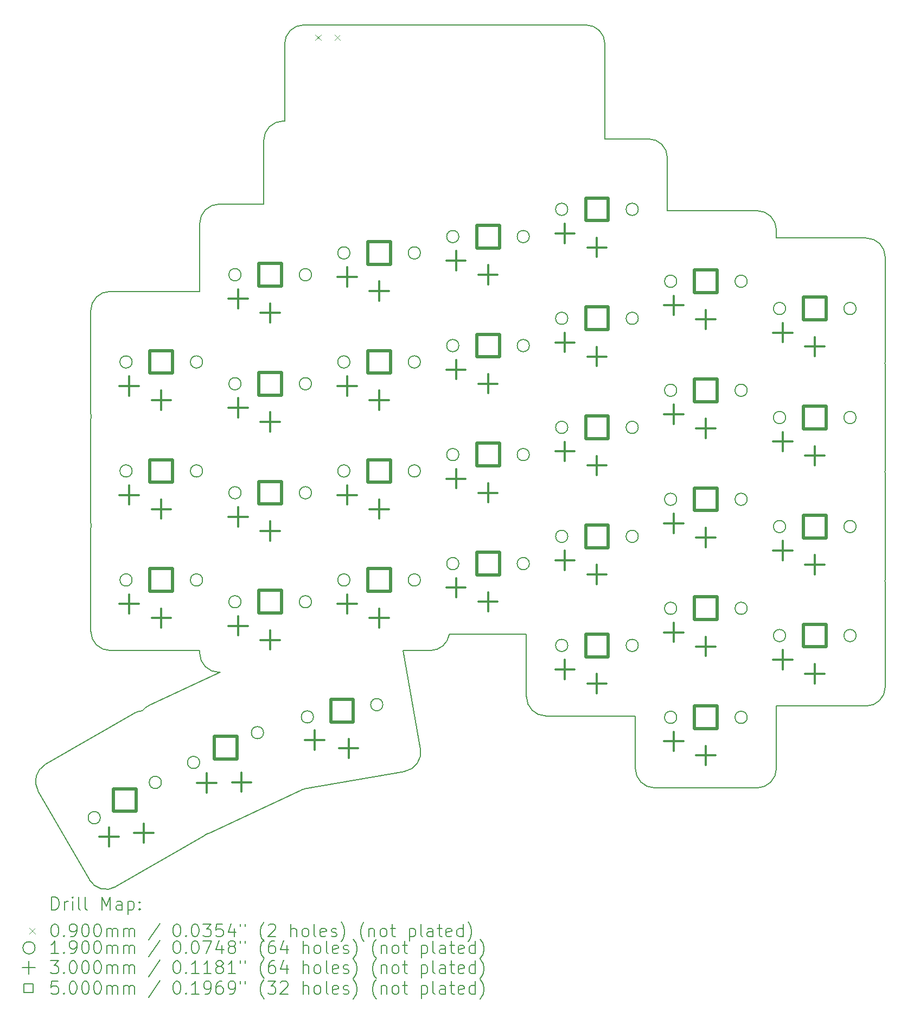
<source format=gbr>
%TF.GenerationSoftware,KiCad,Pcbnew,9.0.7+1*%
%TF.CreationDate,2026-02-15T05:04:06+00:00*%
%TF.ProjectId,right_pcb,72696768-745f-4706-9362-2e6b69636164,v0.2*%
%TF.SameCoordinates,Original*%
%TF.FileFunction,Drillmap*%
%TF.FilePolarity,Positive*%
%FSLAX45Y45*%
G04 Gerber Fmt 4.5, Leading zero omitted, Abs format (unit mm)*
G04 Created by KiCad (PCBNEW 9.0.7+1) date 2026-02-15 05:04:06*
%MOMM*%
%LPD*%
G01*
G04 APERTURE LIST*
%ADD10C,0.150000*%
%ADD11C,0.200000*%
%ADD12C,0.100000*%
%ADD13C,0.190000*%
%ADD14C,0.300000*%
%ADD15C,0.500000*%
G04 APERTURE END LIST*
D10*
X29900000Y-14400000D02*
X31300000Y-14400000D01*
X31600000Y-14100000D02*
G75*
G02*
X31300000Y-14400000I-300000J0D01*
G01*
X31600000Y-14100000D02*
X31600000Y-12500000D01*
X31595804Y-12450000D02*
G75*
G02*
X31600000Y-12500000I-295794J-50000D01*
G01*
X31600000Y-12400000D02*
G75*
G02*
X31595804Y-12450000I-299990J0D01*
G01*
X31600000Y-12400000D02*
X31600000Y-10800000D01*
X31595804Y-10750000D02*
G75*
G02*
X31600000Y-10800000I-295794J-50000D01*
G01*
X31600000Y-10700000D02*
G75*
G02*
X31595804Y-10750000I-299990J0D01*
G01*
X31600000Y-10700000D02*
X31600000Y-9100000D01*
X31595804Y-9050000D02*
G75*
G02*
X31600000Y-9100000I-295794J-50000D01*
G01*
X31600000Y-9000000D02*
G75*
G02*
X31595804Y-9050000I-299990J0D01*
G01*
X31600000Y-9000000D02*
X31600000Y-7400000D01*
X31300000Y-7100000D02*
G75*
G02*
X31600000Y-7400000I0J-300000D01*
G01*
X31300000Y-7100000D02*
X29900000Y-7100000D01*
X28000000Y-15675000D02*
X29600000Y-15675000D01*
X29900000Y-15375000D02*
G75*
G02*
X29600000Y-15675000I-300000J0D01*
G01*
X29900000Y-15375000D02*
X29900000Y-14400000D01*
X27700000Y-14553000D02*
X27700000Y-15375000D01*
X28000000Y-15675000D02*
G75*
G02*
X27700000Y-15375000I0J300000D01*
G01*
X29900000Y-7100000D02*
X29900000Y-6975000D01*
X29600000Y-6675000D02*
G75*
G02*
X29900000Y-6975000I0J-300000D01*
G01*
X29600000Y-6675000D02*
X28200000Y-6675000D01*
X26300000Y-14553000D02*
X27700000Y-14553000D01*
X26000000Y-13278000D02*
X26000000Y-14253000D01*
X26300000Y-14553000D02*
G75*
G02*
X26000000Y-14253000I0J300000D01*
G01*
X28200000Y-6675000D02*
X28200000Y-5853000D01*
X27900000Y-5553000D02*
G75*
G02*
X28200000Y-5853000I0J-300000D01*
G01*
X27900000Y-5553000D02*
X27225000Y-5553000D01*
X24796606Y-13278000D02*
X26000000Y-13278000D01*
X24073222Y-13533000D02*
X24500000Y-13533000D01*
X24796606Y-13278000D02*
G75*
G02*
X24500000Y-13533000I-296606J45000D01*
G01*
X21200000Y-13873000D02*
X21216795Y-13873000D01*
X20900000Y-13533000D02*
X20900000Y-13573000D01*
X21200000Y-13873000D02*
G75*
G02*
X20900000Y-13573000I0J300000D01*
G01*
X21900000Y-6573000D02*
X21200000Y-6573000D01*
X20900000Y-6873000D02*
G75*
G02*
X21200000Y-6573000I300000J0D01*
G01*
X20900000Y-6873000D02*
X20900000Y-7933000D01*
X19500000Y-13533000D02*
X20900000Y-13533000D01*
X19200000Y-11633000D02*
G75*
G02*
X19204196Y-11583000I299990J0D01*
G01*
X19200000Y-11633000D02*
X19200000Y-13233000D01*
X19500000Y-13533000D02*
G75*
G02*
X19200000Y-13233000I0J300000D01*
G01*
X19200000Y-9933000D02*
G75*
G02*
X19204196Y-9883000I299990J0D01*
G01*
X19200000Y-9933000D02*
X19200000Y-11533000D01*
X19204196Y-11583000D02*
G75*
G02*
X19200000Y-11533000I295794J50000D01*
G01*
X20900000Y-7933000D02*
X19500000Y-7933000D01*
X19200000Y-8233000D02*
G75*
G02*
X19500000Y-7933000I300000J0D01*
G01*
X19200000Y-8233000D02*
X19200000Y-9833000D01*
X19204196Y-9883000D02*
G75*
G02*
X19200000Y-9833000I295794J50000D01*
G01*
X22525167Y-15695207D02*
X24100859Y-15417370D01*
X24344207Y-15069833D02*
G75*
G02*
X24100860Y-15417376I-295447J-52097D01*
G01*
X24344207Y-15069833D02*
X24073222Y-13533000D01*
X22525167Y-15695207D02*
G75*
G02*
X22508191Y-15697702I-52087J295427D01*
G01*
X21042761Y-16381585D02*
X22492853Y-15705395D01*
X22508191Y-15697702D02*
G75*
G02*
X22492853Y-15705395I-142101J264162D01*
G01*
X21216795Y-13873000D02*
X20113001Y-14387707D01*
X20005070Y-14472763D02*
G75*
G02*
X20113000Y-14387706I234720J-186837D01*
G01*
X21042761Y-16381585D02*
G75*
G02*
X21006150Y-16395820I-126791J271895D01*
G01*
X19587849Y-17217645D02*
X20973490Y-16417645D01*
X21006150Y-16395819D02*
G75*
G02*
X20973490Y-16417645I-182660J237979D01*
G01*
X19873490Y-14512389D02*
G75*
G02*
X20005070Y-14472763I150000J-259811D01*
G01*
X19873490Y-14512389D02*
X18487849Y-15312389D01*
X18378042Y-15722197D02*
G75*
G02*
X18487851Y-15312393I259808J149997D01*
G01*
X18378042Y-15722197D02*
X19178042Y-17107837D01*
X19587849Y-17217645D02*
G75*
G02*
X19178043Y-17107836I-149999J259805D01*
G01*
X27225000Y-5553000D02*
X27225000Y-4077000D01*
X26925000Y-3777000D02*
G75*
G02*
X27225000Y-4077000I0J-300000D01*
G01*
X26925000Y-3777000D02*
X22525000Y-3777000D01*
X22225000Y-4077000D02*
G75*
G02*
X22525000Y-3777000I300000J0D01*
G01*
X22225000Y-4077000D02*
X22225000Y-5277000D01*
X21900000Y-5577000D02*
X21900000Y-6573000D01*
X22225000Y-5277000D02*
X22200000Y-5277000D01*
X21900000Y-5577000D02*
G75*
G02*
X22200000Y-5277000I300000J0D01*
G01*
D11*
D12*
X22705000Y-3929500D02*
X22795000Y-4019500D01*
X22795000Y-3929500D02*
X22705000Y-4019500D01*
X23005000Y-3929500D02*
X23095000Y-4019500D01*
X23095000Y-3929500D02*
X23005000Y-4019500D01*
D13*
X19349356Y-16140017D02*
G75*
G02*
X19159356Y-16140017I-95000J0D01*
G01*
X19159356Y-16140017D02*
G75*
G02*
X19349356Y-16140017I95000J0D01*
G01*
X19845000Y-9033000D02*
G75*
G02*
X19655000Y-9033000I-95000J0D01*
G01*
X19655000Y-9033000D02*
G75*
G02*
X19845000Y-9033000I95000J0D01*
G01*
X19845000Y-10733000D02*
G75*
G02*
X19655000Y-10733000I-95000J0D01*
G01*
X19655000Y-10733000D02*
G75*
G02*
X19845000Y-10733000I95000J0D01*
G01*
X19845000Y-12433000D02*
G75*
G02*
X19655000Y-12433000I-95000J0D01*
G01*
X19655000Y-12433000D02*
G75*
G02*
X19845000Y-12433000I95000J0D01*
G01*
X20301984Y-15590017D02*
G75*
G02*
X20111984Y-15590017I-95000J0D01*
G01*
X20111984Y-15590017D02*
G75*
G02*
X20301984Y-15590017I95000J0D01*
G01*
X20899458Y-15278991D02*
G75*
G02*
X20709458Y-15278991I-95000J0D01*
G01*
X20709458Y-15278991D02*
G75*
G02*
X20899458Y-15278991I95000J0D01*
G01*
X20945000Y-9033000D02*
G75*
G02*
X20755000Y-9033000I-95000J0D01*
G01*
X20755000Y-9033000D02*
G75*
G02*
X20945000Y-9033000I95000J0D01*
G01*
X20945000Y-10733000D02*
G75*
G02*
X20755000Y-10733000I-95000J0D01*
G01*
X20755000Y-10733000D02*
G75*
G02*
X20945000Y-10733000I95000J0D01*
G01*
X20945000Y-12433000D02*
G75*
G02*
X20755000Y-12433000I-95000J0D01*
G01*
X20755000Y-12433000D02*
G75*
G02*
X20945000Y-12433000I95000J0D01*
G01*
X21545000Y-7673000D02*
G75*
G02*
X21355000Y-7673000I-95000J0D01*
G01*
X21355000Y-7673000D02*
G75*
G02*
X21545000Y-7673000I95000J0D01*
G01*
X21545000Y-9373000D02*
G75*
G02*
X21355000Y-9373000I-95000J0D01*
G01*
X21355000Y-9373000D02*
G75*
G02*
X21545000Y-9373000I95000J0D01*
G01*
X21545000Y-11073000D02*
G75*
G02*
X21355000Y-11073000I-95000J0D01*
G01*
X21355000Y-11073000D02*
G75*
G02*
X21545000Y-11073000I95000J0D01*
G01*
X21545000Y-12773000D02*
G75*
G02*
X21355000Y-12773000I-95000J0D01*
G01*
X21355000Y-12773000D02*
G75*
G02*
X21545000Y-12773000I95000J0D01*
G01*
X21896397Y-14814111D02*
G75*
G02*
X21706397Y-14814111I-95000J0D01*
G01*
X21706397Y-14814111D02*
G75*
G02*
X21896397Y-14814111I95000J0D01*
G01*
X22645000Y-7673000D02*
G75*
G02*
X22455000Y-7673000I-95000J0D01*
G01*
X22455000Y-7673000D02*
G75*
G02*
X22645000Y-7673000I95000J0D01*
G01*
X22645000Y-9373000D02*
G75*
G02*
X22455000Y-9373000I-95000J0D01*
G01*
X22455000Y-9373000D02*
G75*
G02*
X22645000Y-9373000I95000J0D01*
G01*
X22645000Y-11073000D02*
G75*
G02*
X22455000Y-11073000I-95000J0D01*
G01*
X22455000Y-11073000D02*
G75*
G02*
X22645000Y-11073000I95000J0D01*
G01*
X22645000Y-12773000D02*
G75*
G02*
X22455000Y-12773000I-95000J0D01*
G01*
X22455000Y-12773000D02*
G75*
G02*
X22645000Y-12773000I95000J0D01*
G01*
X22675356Y-14568506D02*
G75*
G02*
X22485356Y-14568506I-95000J0D01*
G01*
X22485356Y-14568506D02*
G75*
G02*
X22675356Y-14568506I95000J0D01*
G01*
X23245000Y-7333000D02*
G75*
G02*
X23055000Y-7333000I-95000J0D01*
G01*
X23055000Y-7333000D02*
G75*
G02*
X23245000Y-7333000I95000J0D01*
G01*
X23245000Y-9033000D02*
G75*
G02*
X23055000Y-9033000I-95000J0D01*
G01*
X23055000Y-9033000D02*
G75*
G02*
X23245000Y-9033000I95000J0D01*
G01*
X23245000Y-10733000D02*
G75*
G02*
X23055000Y-10733000I-95000J0D01*
G01*
X23055000Y-10733000D02*
G75*
G02*
X23245000Y-10733000I95000J0D01*
G01*
X23245000Y-12433000D02*
G75*
G02*
X23055000Y-12433000I-95000J0D01*
G01*
X23055000Y-12433000D02*
G75*
G02*
X23245000Y-12433000I95000J0D01*
G01*
X23758644Y-14377493D02*
G75*
G02*
X23568644Y-14377493I-95000J0D01*
G01*
X23568644Y-14377493D02*
G75*
G02*
X23758644Y-14377493I95000J0D01*
G01*
X24345000Y-7333000D02*
G75*
G02*
X24155000Y-7333000I-95000J0D01*
G01*
X24155000Y-7333000D02*
G75*
G02*
X24345000Y-7333000I95000J0D01*
G01*
X24345000Y-9033000D02*
G75*
G02*
X24155000Y-9033000I-95000J0D01*
G01*
X24155000Y-9033000D02*
G75*
G02*
X24345000Y-9033000I95000J0D01*
G01*
X24345000Y-10733000D02*
G75*
G02*
X24155000Y-10733000I-95000J0D01*
G01*
X24155000Y-10733000D02*
G75*
G02*
X24345000Y-10733000I95000J0D01*
G01*
X24345000Y-12433000D02*
G75*
G02*
X24155000Y-12433000I-95000J0D01*
G01*
X24155000Y-12433000D02*
G75*
G02*
X24345000Y-12433000I95000J0D01*
G01*
X24945000Y-7078000D02*
G75*
G02*
X24755000Y-7078000I-95000J0D01*
G01*
X24755000Y-7078000D02*
G75*
G02*
X24945000Y-7078000I95000J0D01*
G01*
X24945000Y-8778000D02*
G75*
G02*
X24755000Y-8778000I-95000J0D01*
G01*
X24755000Y-8778000D02*
G75*
G02*
X24945000Y-8778000I95000J0D01*
G01*
X24945000Y-10478000D02*
G75*
G02*
X24755000Y-10478000I-95000J0D01*
G01*
X24755000Y-10478000D02*
G75*
G02*
X24945000Y-10478000I95000J0D01*
G01*
X24945000Y-12178000D02*
G75*
G02*
X24755000Y-12178000I-95000J0D01*
G01*
X24755000Y-12178000D02*
G75*
G02*
X24945000Y-12178000I95000J0D01*
G01*
X26045000Y-7078000D02*
G75*
G02*
X25855000Y-7078000I-95000J0D01*
G01*
X25855000Y-7078000D02*
G75*
G02*
X26045000Y-7078000I95000J0D01*
G01*
X26045000Y-8778000D02*
G75*
G02*
X25855000Y-8778000I-95000J0D01*
G01*
X25855000Y-8778000D02*
G75*
G02*
X26045000Y-8778000I95000J0D01*
G01*
X26045000Y-10478000D02*
G75*
G02*
X25855000Y-10478000I-95000J0D01*
G01*
X25855000Y-10478000D02*
G75*
G02*
X26045000Y-10478000I95000J0D01*
G01*
X26045000Y-12178000D02*
G75*
G02*
X25855000Y-12178000I-95000J0D01*
G01*
X25855000Y-12178000D02*
G75*
G02*
X26045000Y-12178000I95000J0D01*
G01*
X26645000Y-6653000D02*
G75*
G02*
X26455000Y-6653000I-95000J0D01*
G01*
X26455000Y-6653000D02*
G75*
G02*
X26645000Y-6653000I95000J0D01*
G01*
X26645000Y-8353000D02*
G75*
G02*
X26455000Y-8353000I-95000J0D01*
G01*
X26455000Y-8353000D02*
G75*
G02*
X26645000Y-8353000I95000J0D01*
G01*
X26645000Y-10053000D02*
G75*
G02*
X26455000Y-10053000I-95000J0D01*
G01*
X26455000Y-10053000D02*
G75*
G02*
X26645000Y-10053000I95000J0D01*
G01*
X26645000Y-11753000D02*
G75*
G02*
X26455000Y-11753000I-95000J0D01*
G01*
X26455000Y-11753000D02*
G75*
G02*
X26645000Y-11753000I95000J0D01*
G01*
X26645000Y-13453000D02*
G75*
G02*
X26455000Y-13453000I-95000J0D01*
G01*
X26455000Y-13453000D02*
G75*
G02*
X26645000Y-13453000I95000J0D01*
G01*
X27745000Y-6653000D02*
G75*
G02*
X27555000Y-6653000I-95000J0D01*
G01*
X27555000Y-6653000D02*
G75*
G02*
X27745000Y-6653000I95000J0D01*
G01*
X27745000Y-8353000D02*
G75*
G02*
X27555000Y-8353000I-95000J0D01*
G01*
X27555000Y-8353000D02*
G75*
G02*
X27745000Y-8353000I95000J0D01*
G01*
X27745000Y-10053000D02*
G75*
G02*
X27555000Y-10053000I-95000J0D01*
G01*
X27555000Y-10053000D02*
G75*
G02*
X27745000Y-10053000I95000J0D01*
G01*
X27745000Y-11753000D02*
G75*
G02*
X27555000Y-11753000I-95000J0D01*
G01*
X27555000Y-11753000D02*
G75*
G02*
X27745000Y-11753000I95000J0D01*
G01*
X27745000Y-13453000D02*
G75*
G02*
X27555000Y-13453000I-95000J0D01*
G01*
X27555000Y-13453000D02*
G75*
G02*
X27745000Y-13453000I95000J0D01*
G01*
X28345000Y-7775000D02*
G75*
G02*
X28155000Y-7775000I-95000J0D01*
G01*
X28155000Y-7775000D02*
G75*
G02*
X28345000Y-7775000I95000J0D01*
G01*
X28345000Y-9475000D02*
G75*
G02*
X28155000Y-9475000I-95000J0D01*
G01*
X28155000Y-9475000D02*
G75*
G02*
X28345000Y-9475000I95000J0D01*
G01*
X28345000Y-11175000D02*
G75*
G02*
X28155000Y-11175000I-95000J0D01*
G01*
X28155000Y-11175000D02*
G75*
G02*
X28345000Y-11175000I95000J0D01*
G01*
X28345000Y-12875000D02*
G75*
G02*
X28155000Y-12875000I-95000J0D01*
G01*
X28155000Y-12875000D02*
G75*
G02*
X28345000Y-12875000I95000J0D01*
G01*
X28345000Y-14575000D02*
G75*
G02*
X28155000Y-14575000I-95000J0D01*
G01*
X28155000Y-14575000D02*
G75*
G02*
X28345000Y-14575000I95000J0D01*
G01*
X29445000Y-7775000D02*
G75*
G02*
X29255000Y-7775000I-95000J0D01*
G01*
X29255000Y-7775000D02*
G75*
G02*
X29445000Y-7775000I95000J0D01*
G01*
X29445000Y-9475000D02*
G75*
G02*
X29255000Y-9475000I-95000J0D01*
G01*
X29255000Y-9475000D02*
G75*
G02*
X29445000Y-9475000I95000J0D01*
G01*
X29445000Y-11175000D02*
G75*
G02*
X29255000Y-11175000I-95000J0D01*
G01*
X29255000Y-11175000D02*
G75*
G02*
X29445000Y-11175000I95000J0D01*
G01*
X29445000Y-12875000D02*
G75*
G02*
X29255000Y-12875000I-95000J0D01*
G01*
X29255000Y-12875000D02*
G75*
G02*
X29445000Y-12875000I95000J0D01*
G01*
X29445000Y-14575000D02*
G75*
G02*
X29255000Y-14575000I-95000J0D01*
G01*
X29255000Y-14575000D02*
G75*
G02*
X29445000Y-14575000I95000J0D01*
G01*
X30045000Y-8200000D02*
G75*
G02*
X29855000Y-8200000I-95000J0D01*
G01*
X29855000Y-8200000D02*
G75*
G02*
X30045000Y-8200000I95000J0D01*
G01*
X30045000Y-9900000D02*
G75*
G02*
X29855000Y-9900000I-95000J0D01*
G01*
X29855000Y-9900000D02*
G75*
G02*
X30045000Y-9900000I95000J0D01*
G01*
X30045000Y-11600000D02*
G75*
G02*
X29855000Y-11600000I-95000J0D01*
G01*
X29855000Y-11600000D02*
G75*
G02*
X30045000Y-11600000I95000J0D01*
G01*
X30045000Y-13300000D02*
G75*
G02*
X29855000Y-13300000I-95000J0D01*
G01*
X29855000Y-13300000D02*
G75*
G02*
X30045000Y-13300000I95000J0D01*
G01*
X31145000Y-8200000D02*
G75*
G02*
X30955000Y-8200000I-95000J0D01*
G01*
X30955000Y-8200000D02*
G75*
G02*
X31145000Y-8200000I95000J0D01*
G01*
X31145000Y-9900000D02*
G75*
G02*
X30955000Y-9900000I-95000J0D01*
G01*
X30955000Y-9900000D02*
G75*
G02*
X31145000Y-9900000I95000J0D01*
G01*
X31145000Y-11600000D02*
G75*
G02*
X30955000Y-11600000I-95000J0D01*
G01*
X30955000Y-11600000D02*
G75*
G02*
X31145000Y-11600000I95000J0D01*
G01*
X31145000Y-13300000D02*
G75*
G02*
X30955000Y-13300000I-95000J0D01*
G01*
X30955000Y-13300000D02*
G75*
G02*
X31145000Y-13300000I95000J0D01*
G01*
D14*
X19485157Y-16289776D02*
X19485157Y-16589776D01*
X19335157Y-16439776D02*
X19635157Y-16439776D01*
X19800000Y-9258000D02*
X19800000Y-9558000D01*
X19650000Y-9408000D02*
X19950000Y-9408000D01*
X19800000Y-10958000D02*
X19800000Y-11258000D01*
X19650000Y-11108000D02*
X19950000Y-11108000D01*
X19800000Y-12658000D02*
X19800000Y-12958000D01*
X19650000Y-12808000D02*
X19950000Y-12808000D01*
X20028170Y-16230302D02*
X20028170Y-16530302D01*
X19878170Y-16380302D02*
X20178170Y-16380302D01*
X20300000Y-9478000D02*
X20300000Y-9778000D01*
X20150000Y-9628000D02*
X20450000Y-9628000D01*
X20300000Y-11178000D02*
X20300000Y-11478000D01*
X20150000Y-11328000D02*
X20450000Y-11328000D01*
X20300000Y-12878000D02*
X20300000Y-13178000D01*
X20150000Y-13028000D02*
X20450000Y-13028000D01*
X21008255Y-15447726D02*
X21008255Y-15747726D01*
X20858255Y-15597726D02*
X21158255Y-15597726D01*
X21500000Y-7898000D02*
X21500000Y-8198000D01*
X21350000Y-8048000D02*
X21650000Y-8048000D01*
X21500000Y-9598000D02*
X21500000Y-9898000D01*
X21350000Y-9748000D02*
X21650000Y-9748000D01*
X21500000Y-11298000D02*
X21500000Y-11598000D01*
X21350000Y-11448000D02*
X21650000Y-11448000D01*
X21500000Y-12998000D02*
X21500000Y-13298000D01*
X21350000Y-13148000D02*
X21650000Y-13148000D01*
X21554385Y-15435804D02*
X21554385Y-15735804D01*
X21404385Y-15585804D02*
X21704385Y-15585804D01*
X22000000Y-8118000D02*
X22000000Y-8418000D01*
X21850000Y-8268000D02*
X22150000Y-8268000D01*
X22000000Y-9818000D02*
X22000000Y-10118000D01*
X21850000Y-9968000D02*
X22150000Y-9968000D01*
X22000000Y-11518000D02*
X22000000Y-11818000D01*
X21850000Y-11668000D02*
X22150000Y-11668000D01*
X22000000Y-13218000D02*
X22000000Y-13518000D01*
X21850000Y-13368000D02*
X22150000Y-13368000D01*
X22694714Y-14779127D02*
X22694714Y-15079127D01*
X22544714Y-14929127D02*
X22844714Y-14929127D01*
X23200000Y-7558000D02*
X23200000Y-7858000D01*
X23050000Y-7708000D02*
X23350000Y-7708000D01*
X23200000Y-9258000D02*
X23200000Y-9558000D01*
X23050000Y-9408000D02*
X23350000Y-9408000D01*
X23200000Y-10958000D02*
X23200000Y-11258000D01*
X23050000Y-11108000D02*
X23350000Y-11108000D01*
X23200000Y-12658000D02*
X23200000Y-12958000D01*
X23050000Y-12808000D02*
X23350000Y-12808000D01*
X23225321Y-14908961D02*
X23225321Y-15208961D01*
X23075321Y-15058961D02*
X23375321Y-15058961D01*
X23700000Y-7778000D02*
X23700000Y-8078000D01*
X23550000Y-7928000D02*
X23850000Y-7928000D01*
X23700000Y-9478000D02*
X23700000Y-9778000D01*
X23550000Y-9628000D02*
X23850000Y-9628000D01*
X23700000Y-11178000D02*
X23700000Y-11478000D01*
X23550000Y-11328000D02*
X23850000Y-11328000D01*
X23700000Y-12878000D02*
X23700000Y-13178000D01*
X23550000Y-13028000D02*
X23850000Y-13028000D01*
X24900000Y-7303000D02*
X24900000Y-7603000D01*
X24750000Y-7453000D02*
X25050000Y-7453000D01*
X24900000Y-9003000D02*
X24900000Y-9303000D01*
X24750000Y-9153000D02*
X25050000Y-9153000D01*
X24900000Y-10703000D02*
X24900000Y-11003000D01*
X24750000Y-10853000D02*
X25050000Y-10853000D01*
X24900000Y-12403000D02*
X24900000Y-12703000D01*
X24750000Y-12553000D02*
X25050000Y-12553000D01*
X25400000Y-7523000D02*
X25400000Y-7823000D01*
X25250000Y-7673000D02*
X25550000Y-7673000D01*
X25400000Y-9223000D02*
X25400000Y-9523000D01*
X25250000Y-9373000D02*
X25550000Y-9373000D01*
X25400000Y-10923000D02*
X25400000Y-11223000D01*
X25250000Y-11073000D02*
X25550000Y-11073000D01*
X25400000Y-12623000D02*
X25400000Y-12923000D01*
X25250000Y-12773000D02*
X25550000Y-12773000D01*
X26600000Y-6878000D02*
X26600000Y-7178000D01*
X26450000Y-7028000D02*
X26750000Y-7028000D01*
X26600000Y-8578000D02*
X26600000Y-8878000D01*
X26450000Y-8728000D02*
X26750000Y-8728000D01*
X26600000Y-10278000D02*
X26600000Y-10578000D01*
X26450000Y-10428000D02*
X26750000Y-10428000D01*
X26600000Y-11978000D02*
X26600000Y-12278000D01*
X26450000Y-12128000D02*
X26750000Y-12128000D01*
X26600000Y-13678000D02*
X26600000Y-13978000D01*
X26450000Y-13828000D02*
X26750000Y-13828000D01*
X27100000Y-7098000D02*
X27100000Y-7398000D01*
X26950000Y-7248000D02*
X27250000Y-7248000D01*
X27100000Y-8798000D02*
X27100000Y-9098000D01*
X26950000Y-8948000D02*
X27250000Y-8948000D01*
X27100000Y-10498000D02*
X27100000Y-10798000D01*
X26950000Y-10648000D02*
X27250000Y-10648000D01*
X27100000Y-12198000D02*
X27100000Y-12498000D01*
X26950000Y-12348000D02*
X27250000Y-12348000D01*
X27100000Y-13898000D02*
X27100000Y-14198000D01*
X26950000Y-14048000D02*
X27250000Y-14048000D01*
X28300000Y-8000000D02*
X28300000Y-8300000D01*
X28150000Y-8150000D02*
X28450000Y-8150000D01*
X28300000Y-9700000D02*
X28300000Y-10000000D01*
X28150000Y-9850000D02*
X28450000Y-9850000D01*
X28300000Y-11400000D02*
X28300000Y-11700000D01*
X28150000Y-11550000D02*
X28450000Y-11550000D01*
X28300000Y-13100000D02*
X28300000Y-13400000D01*
X28150000Y-13250000D02*
X28450000Y-13250000D01*
X28300000Y-14800000D02*
X28300000Y-15100000D01*
X28150000Y-14950000D02*
X28450000Y-14950000D01*
X28800000Y-8220000D02*
X28800000Y-8520000D01*
X28650000Y-8370000D02*
X28950000Y-8370000D01*
X28800000Y-9920000D02*
X28800000Y-10220000D01*
X28650000Y-10070000D02*
X28950000Y-10070000D01*
X28800000Y-11620000D02*
X28800000Y-11920000D01*
X28650000Y-11770000D02*
X28950000Y-11770000D01*
X28800000Y-13320000D02*
X28800000Y-13620000D01*
X28650000Y-13470000D02*
X28950000Y-13470000D01*
X28800000Y-15020000D02*
X28800000Y-15320000D01*
X28650000Y-15170000D02*
X28950000Y-15170000D01*
X30000000Y-8425000D02*
X30000000Y-8725000D01*
X29850000Y-8575000D02*
X30150000Y-8575000D01*
X30000000Y-10125000D02*
X30000000Y-10425000D01*
X29850000Y-10275000D02*
X30150000Y-10275000D01*
X30000000Y-11825000D02*
X30000000Y-12125000D01*
X29850000Y-11975000D02*
X30150000Y-11975000D01*
X30000000Y-13525000D02*
X30000000Y-13825000D01*
X29850000Y-13675000D02*
X30150000Y-13675000D01*
X30500000Y-8645000D02*
X30500000Y-8945000D01*
X30350000Y-8795000D02*
X30650000Y-8795000D01*
X30500000Y-10345000D02*
X30500000Y-10645000D01*
X30350000Y-10495000D02*
X30650000Y-10495000D01*
X30500000Y-12045000D02*
X30500000Y-12345000D01*
X30350000Y-12195000D02*
X30650000Y-12195000D01*
X30500000Y-13745000D02*
X30500000Y-14045000D01*
X30350000Y-13895000D02*
X30650000Y-13895000D01*
D15*
X19907448Y-16041795D02*
X19907448Y-15688239D01*
X19553891Y-15688239D01*
X19553891Y-16041795D01*
X19907448Y-16041795D01*
X20476778Y-9209778D02*
X20476778Y-8856222D01*
X20123222Y-8856222D01*
X20123222Y-9209778D01*
X20476778Y-9209778D01*
X20476778Y-10909778D02*
X20476778Y-10556222D01*
X20123222Y-10556222D01*
X20123222Y-10909778D01*
X20476778Y-10909778D01*
X20476778Y-12609778D02*
X20476778Y-12256222D01*
X20123222Y-12256222D01*
X20123222Y-12609778D01*
X20476778Y-12609778D01*
X21479706Y-15223330D02*
X21479706Y-14869773D01*
X21126149Y-14869773D01*
X21126149Y-15223330D01*
X21479706Y-15223330D01*
X22176778Y-7849778D02*
X22176778Y-7496222D01*
X21823222Y-7496222D01*
X21823222Y-7849778D01*
X22176778Y-7849778D01*
X22176778Y-9549778D02*
X22176778Y-9196222D01*
X21823222Y-9196222D01*
X21823222Y-9549778D01*
X22176778Y-9549778D01*
X22176778Y-11249778D02*
X22176778Y-10896222D01*
X21823222Y-10896222D01*
X21823222Y-11249778D01*
X22176778Y-11249778D01*
X22176778Y-12949778D02*
X22176778Y-12596222D01*
X21823222Y-12596222D01*
X21823222Y-12949778D01*
X22176778Y-12949778D01*
X23298778Y-14649778D02*
X23298778Y-14296222D01*
X22945222Y-14296222D01*
X22945222Y-14649778D01*
X23298778Y-14649778D01*
X23876778Y-7509778D02*
X23876778Y-7156222D01*
X23523222Y-7156222D01*
X23523222Y-7509778D01*
X23876778Y-7509778D01*
X23876778Y-9209778D02*
X23876778Y-8856222D01*
X23523222Y-8856222D01*
X23523222Y-9209778D01*
X23876778Y-9209778D01*
X23876778Y-10909778D02*
X23876778Y-10556222D01*
X23523222Y-10556222D01*
X23523222Y-10909778D01*
X23876778Y-10909778D01*
X23876778Y-12609778D02*
X23876778Y-12256222D01*
X23523222Y-12256222D01*
X23523222Y-12609778D01*
X23876778Y-12609778D01*
X25576778Y-7254778D02*
X25576778Y-6901222D01*
X25223222Y-6901222D01*
X25223222Y-7254778D01*
X25576778Y-7254778D01*
X25576778Y-8954778D02*
X25576778Y-8601222D01*
X25223222Y-8601222D01*
X25223222Y-8954778D01*
X25576778Y-8954778D01*
X25576778Y-10654778D02*
X25576778Y-10301222D01*
X25223222Y-10301222D01*
X25223222Y-10654778D01*
X25576778Y-10654778D01*
X25576778Y-12354778D02*
X25576778Y-12001222D01*
X25223222Y-12001222D01*
X25223222Y-12354778D01*
X25576778Y-12354778D01*
X27276778Y-6829778D02*
X27276778Y-6476222D01*
X26923222Y-6476222D01*
X26923222Y-6829778D01*
X27276778Y-6829778D01*
X27276778Y-8529778D02*
X27276778Y-8176222D01*
X26923222Y-8176222D01*
X26923222Y-8529778D01*
X27276778Y-8529778D01*
X27276778Y-10229778D02*
X27276778Y-9876222D01*
X26923222Y-9876222D01*
X26923222Y-10229778D01*
X27276778Y-10229778D01*
X27276778Y-11929778D02*
X27276778Y-11576222D01*
X26923222Y-11576222D01*
X26923222Y-11929778D01*
X27276778Y-11929778D01*
X27276778Y-13629778D02*
X27276778Y-13276222D01*
X26923222Y-13276222D01*
X26923222Y-13629778D01*
X27276778Y-13629778D01*
X28976778Y-7951778D02*
X28976778Y-7598222D01*
X28623222Y-7598222D01*
X28623222Y-7951778D01*
X28976778Y-7951778D01*
X28976778Y-9651778D02*
X28976778Y-9298222D01*
X28623222Y-9298222D01*
X28623222Y-9651778D01*
X28976778Y-9651778D01*
X28976778Y-11351778D02*
X28976778Y-10998222D01*
X28623222Y-10998222D01*
X28623222Y-11351778D01*
X28976778Y-11351778D01*
X28976778Y-13051778D02*
X28976778Y-12698222D01*
X28623222Y-12698222D01*
X28623222Y-13051778D01*
X28976778Y-13051778D01*
X28976778Y-14751778D02*
X28976778Y-14398222D01*
X28623222Y-14398222D01*
X28623222Y-14751778D01*
X28976778Y-14751778D01*
X30676778Y-8376778D02*
X30676778Y-8023222D01*
X30323222Y-8023222D01*
X30323222Y-8376778D01*
X30676778Y-8376778D01*
X30676778Y-10076778D02*
X30676778Y-9723222D01*
X30323222Y-9723222D01*
X30323222Y-10076778D01*
X30676778Y-10076778D01*
X30676778Y-11776778D02*
X30676778Y-11423222D01*
X30323222Y-11423222D01*
X30323222Y-11776778D01*
X30676778Y-11776778D01*
X30676778Y-13476778D02*
X30676778Y-13123222D01*
X30323222Y-13123222D01*
X30323222Y-13476778D01*
X30676778Y-13476778D01*
D11*
X18591128Y-17576821D02*
X18591128Y-17376821D01*
X18591128Y-17376821D02*
X18638747Y-17376821D01*
X18638747Y-17376821D02*
X18667318Y-17386345D01*
X18667318Y-17386345D02*
X18686366Y-17405392D01*
X18686366Y-17405392D02*
X18695890Y-17424440D01*
X18695890Y-17424440D02*
X18705414Y-17462535D01*
X18705414Y-17462535D02*
X18705414Y-17491107D01*
X18705414Y-17491107D02*
X18695890Y-17529202D01*
X18695890Y-17529202D02*
X18686366Y-17548250D01*
X18686366Y-17548250D02*
X18667318Y-17567297D01*
X18667318Y-17567297D02*
X18638747Y-17576821D01*
X18638747Y-17576821D02*
X18591128Y-17576821D01*
X18791128Y-17576821D02*
X18791128Y-17443488D01*
X18791128Y-17481583D02*
X18800652Y-17462535D01*
X18800652Y-17462535D02*
X18810175Y-17453011D01*
X18810175Y-17453011D02*
X18829223Y-17443488D01*
X18829223Y-17443488D02*
X18848271Y-17443488D01*
X18914937Y-17576821D02*
X18914937Y-17443488D01*
X18914937Y-17376821D02*
X18905414Y-17386345D01*
X18905414Y-17386345D02*
X18914937Y-17395869D01*
X18914937Y-17395869D02*
X18924461Y-17386345D01*
X18924461Y-17386345D02*
X18914937Y-17376821D01*
X18914937Y-17376821D02*
X18914937Y-17395869D01*
X19038747Y-17576821D02*
X19019699Y-17567297D01*
X19019699Y-17567297D02*
X19010175Y-17548250D01*
X19010175Y-17548250D02*
X19010175Y-17376821D01*
X19143509Y-17576821D02*
X19124461Y-17567297D01*
X19124461Y-17567297D02*
X19114937Y-17548250D01*
X19114937Y-17548250D02*
X19114937Y-17376821D01*
X19372080Y-17576821D02*
X19372080Y-17376821D01*
X19372080Y-17376821D02*
X19438747Y-17519678D01*
X19438747Y-17519678D02*
X19505414Y-17376821D01*
X19505414Y-17376821D02*
X19505414Y-17576821D01*
X19686366Y-17576821D02*
X19686366Y-17472059D01*
X19686366Y-17472059D02*
X19676842Y-17453011D01*
X19676842Y-17453011D02*
X19657795Y-17443488D01*
X19657795Y-17443488D02*
X19619699Y-17443488D01*
X19619699Y-17443488D02*
X19600652Y-17453011D01*
X19686366Y-17567297D02*
X19667318Y-17576821D01*
X19667318Y-17576821D02*
X19619699Y-17576821D01*
X19619699Y-17576821D02*
X19600652Y-17567297D01*
X19600652Y-17567297D02*
X19591128Y-17548250D01*
X19591128Y-17548250D02*
X19591128Y-17529202D01*
X19591128Y-17529202D02*
X19600652Y-17510154D01*
X19600652Y-17510154D02*
X19619699Y-17500631D01*
X19619699Y-17500631D02*
X19667318Y-17500631D01*
X19667318Y-17500631D02*
X19686366Y-17491107D01*
X19781604Y-17443488D02*
X19781604Y-17643488D01*
X19781604Y-17453011D02*
X19800652Y-17443488D01*
X19800652Y-17443488D02*
X19838747Y-17443488D01*
X19838747Y-17443488D02*
X19857795Y-17453011D01*
X19857795Y-17453011D02*
X19867318Y-17462535D01*
X19867318Y-17462535D02*
X19876842Y-17481583D01*
X19876842Y-17481583D02*
X19876842Y-17538726D01*
X19876842Y-17538726D02*
X19867318Y-17557773D01*
X19867318Y-17557773D02*
X19857795Y-17567297D01*
X19857795Y-17567297D02*
X19838747Y-17576821D01*
X19838747Y-17576821D02*
X19800652Y-17576821D01*
X19800652Y-17576821D02*
X19781604Y-17567297D01*
X19962556Y-17557773D02*
X19972080Y-17567297D01*
X19972080Y-17567297D02*
X19962556Y-17576821D01*
X19962556Y-17576821D02*
X19953033Y-17567297D01*
X19953033Y-17567297D02*
X19962556Y-17557773D01*
X19962556Y-17557773D02*
X19962556Y-17576821D01*
X19962556Y-17453011D02*
X19972080Y-17462535D01*
X19972080Y-17462535D02*
X19962556Y-17472059D01*
X19962556Y-17472059D02*
X19953033Y-17462535D01*
X19953033Y-17462535D02*
X19962556Y-17453011D01*
X19962556Y-17453011D02*
X19962556Y-17472059D01*
D12*
X18240351Y-17860337D02*
X18330351Y-17950337D01*
X18330351Y-17860337D02*
X18240351Y-17950337D01*
D11*
X18629223Y-17796821D02*
X18648271Y-17796821D01*
X18648271Y-17796821D02*
X18667318Y-17806345D01*
X18667318Y-17806345D02*
X18676842Y-17815869D01*
X18676842Y-17815869D02*
X18686366Y-17834916D01*
X18686366Y-17834916D02*
X18695890Y-17873011D01*
X18695890Y-17873011D02*
X18695890Y-17920631D01*
X18695890Y-17920631D02*
X18686366Y-17958726D01*
X18686366Y-17958726D02*
X18676842Y-17977773D01*
X18676842Y-17977773D02*
X18667318Y-17987297D01*
X18667318Y-17987297D02*
X18648271Y-17996821D01*
X18648271Y-17996821D02*
X18629223Y-17996821D01*
X18629223Y-17996821D02*
X18610175Y-17987297D01*
X18610175Y-17987297D02*
X18600652Y-17977773D01*
X18600652Y-17977773D02*
X18591128Y-17958726D01*
X18591128Y-17958726D02*
X18581604Y-17920631D01*
X18581604Y-17920631D02*
X18581604Y-17873011D01*
X18581604Y-17873011D02*
X18591128Y-17834916D01*
X18591128Y-17834916D02*
X18600652Y-17815869D01*
X18600652Y-17815869D02*
X18610175Y-17806345D01*
X18610175Y-17806345D02*
X18629223Y-17796821D01*
X18781604Y-17977773D02*
X18791128Y-17987297D01*
X18791128Y-17987297D02*
X18781604Y-17996821D01*
X18781604Y-17996821D02*
X18772080Y-17987297D01*
X18772080Y-17987297D02*
X18781604Y-17977773D01*
X18781604Y-17977773D02*
X18781604Y-17996821D01*
X18886366Y-17996821D02*
X18924461Y-17996821D01*
X18924461Y-17996821D02*
X18943509Y-17987297D01*
X18943509Y-17987297D02*
X18953033Y-17977773D01*
X18953033Y-17977773D02*
X18972080Y-17949202D01*
X18972080Y-17949202D02*
X18981604Y-17911107D01*
X18981604Y-17911107D02*
X18981604Y-17834916D01*
X18981604Y-17834916D02*
X18972080Y-17815869D01*
X18972080Y-17815869D02*
X18962556Y-17806345D01*
X18962556Y-17806345D02*
X18943509Y-17796821D01*
X18943509Y-17796821D02*
X18905414Y-17796821D01*
X18905414Y-17796821D02*
X18886366Y-17806345D01*
X18886366Y-17806345D02*
X18876842Y-17815869D01*
X18876842Y-17815869D02*
X18867318Y-17834916D01*
X18867318Y-17834916D02*
X18867318Y-17882535D01*
X18867318Y-17882535D02*
X18876842Y-17901583D01*
X18876842Y-17901583D02*
X18886366Y-17911107D01*
X18886366Y-17911107D02*
X18905414Y-17920631D01*
X18905414Y-17920631D02*
X18943509Y-17920631D01*
X18943509Y-17920631D02*
X18962556Y-17911107D01*
X18962556Y-17911107D02*
X18972080Y-17901583D01*
X18972080Y-17901583D02*
X18981604Y-17882535D01*
X19105414Y-17796821D02*
X19124461Y-17796821D01*
X19124461Y-17796821D02*
X19143509Y-17806345D01*
X19143509Y-17806345D02*
X19153033Y-17815869D01*
X19153033Y-17815869D02*
X19162556Y-17834916D01*
X19162556Y-17834916D02*
X19172080Y-17873011D01*
X19172080Y-17873011D02*
X19172080Y-17920631D01*
X19172080Y-17920631D02*
X19162556Y-17958726D01*
X19162556Y-17958726D02*
X19153033Y-17977773D01*
X19153033Y-17977773D02*
X19143509Y-17987297D01*
X19143509Y-17987297D02*
X19124461Y-17996821D01*
X19124461Y-17996821D02*
X19105414Y-17996821D01*
X19105414Y-17996821D02*
X19086366Y-17987297D01*
X19086366Y-17987297D02*
X19076842Y-17977773D01*
X19076842Y-17977773D02*
X19067318Y-17958726D01*
X19067318Y-17958726D02*
X19057795Y-17920631D01*
X19057795Y-17920631D02*
X19057795Y-17873011D01*
X19057795Y-17873011D02*
X19067318Y-17834916D01*
X19067318Y-17834916D02*
X19076842Y-17815869D01*
X19076842Y-17815869D02*
X19086366Y-17806345D01*
X19086366Y-17806345D02*
X19105414Y-17796821D01*
X19295890Y-17796821D02*
X19314937Y-17796821D01*
X19314937Y-17796821D02*
X19333985Y-17806345D01*
X19333985Y-17806345D02*
X19343509Y-17815869D01*
X19343509Y-17815869D02*
X19353033Y-17834916D01*
X19353033Y-17834916D02*
X19362556Y-17873011D01*
X19362556Y-17873011D02*
X19362556Y-17920631D01*
X19362556Y-17920631D02*
X19353033Y-17958726D01*
X19353033Y-17958726D02*
X19343509Y-17977773D01*
X19343509Y-17977773D02*
X19333985Y-17987297D01*
X19333985Y-17987297D02*
X19314937Y-17996821D01*
X19314937Y-17996821D02*
X19295890Y-17996821D01*
X19295890Y-17996821D02*
X19276842Y-17987297D01*
X19276842Y-17987297D02*
X19267318Y-17977773D01*
X19267318Y-17977773D02*
X19257795Y-17958726D01*
X19257795Y-17958726D02*
X19248271Y-17920631D01*
X19248271Y-17920631D02*
X19248271Y-17873011D01*
X19248271Y-17873011D02*
X19257795Y-17834916D01*
X19257795Y-17834916D02*
X19267318Y-17815869D01*
X19267318Y-17815869D02*
X19276842Y-17806345D01*
X19276842Y-17806345D02*
X19295890Y-17796821D01*
X19448271Y-17996821D02*
X19448271Y-17863488D01*
X19448271Y-17882535D02*
X19457795Y-17873011D01*
X19457795Y-17873011D02*
X19476842Y-17863488D01*
X19476842Y-17863488D02*
X19505414Y-17863488D01*
X19505414Y-17863488D02*
X19524461Y-17873011D01*
X19524461Y-17873011D02*
X19533985Y-17892059D01*
X19533985Y-17892059D02*
X19533985Y-17996821D01*
X19533985Y-17892059D02*
X19543509Y-17873011D01*
X19543509Y-17873011D02*
X19562556Y-17863488D01*
X19562556Y-17863488D02*
X19591128Y-17863488D01*
X19591128Y-17863488D02*
X19610176Y-17873011D01*
X19610176Y-17873011D02*
X19619699Y-17892059D01*
X19619699Y-17892059D02*
X19619699Y-17996821D01*
X19714937Y-17996821D02*
X19714937Y-17863488D01*
X19714937Y-17882535D02*
X19724461Y-17873011D01*
X19724461Y-17873011D02*
X19743509Y-17863488D01*
X19743509Y-17863488D02*
X19772080Y-17863488D01*
X19772080Y-17863488D02*
X19791128Y-17873011D01*
X19791128Y-17873011D02*
X19800652Y-17892059D01*
X19800652Y-17892059D02*
X19800652Y-17996821D01*
X19800652Y-17892059D02*
X19810176Y-17873011D01*
X19810176Y-17873011D02*
X19829223Y-17863488D01*
X19829223Y-17863488D02*
X19857795Y-17863488D01*
X19857795Y-17863488D02*
X19876842Y-17873011D01*
X19876842Y-17873011D02*
X19886366Y-17892059D01*
X19886366Y-17892059D02*
X19886366Y-17996821D01*
X20276842Y-17787297D02*
X20105414Y-18044440D01*
X20533985Y-17796821D02*
X20553033Y-17796821D01*
X20553033Y-17796821D02*
X20572080Y-17806345D01*
X20572080Y-17806345D02*
X20581604Y-17815869D01*
X20581604Y-17815869D02*
X20591128Y-17834916D01*
X20591128Y-17834916D02*
X20600652Y-17873011D01*
X20600652Y-17873011D02*
X20600652Y-17920631D01*
X20600652Y-17920631D02*
X20591128Y-17958726D01*
X20591128Y-17958726D02*
X20581604Y-17977773D01*
X20581604Y-17977773D02*
X20572080Y-17987297D01*
X20572080Y-17987297D02*
X20553033Y-17996821D01*
X20553033Y-17996821D02*
X20533985Y-17996821D01*
X20533985Y-17996821D02*
X20514938Y-17987297D01*
X20514938Y-17987297D02*
X20505414Y-17977773D01*
X20505414Y-17977773D02*
X20495890Y-17958726D01*
X20495890Y-17958726D02*
X20486366Y-17920631D01*
X20486366Y-17920631D02*
X20486366Y-17873011D01*
X20486366Y-17873011D02*
X20495890Y-17834916D01*
X20495890Y-17834916D02*
X20505414Y-17815869D01*
X20505414Y-17815869D02*
X20514938Y-17806345D01*
X20514938Y-17806345D02*
X20533985Y-17796821D01*
X20686366Y-17977773D02*
X20695890Y-17987297D01*
X20695890Y-17987297D02*
X20686366Y-17996821D01*
X20686366Y-17996821D02*
X20676842Y-17987297D01*
X20676842Y-17987297D02*
X20686366Y-17977773D01*
X20686366Y-17977773D02*
X20686366Y-17996821D01*
X20819699Y-17796821D02*
X20838747Y-17796821D01*
X20838747Y-17796821D02*
X20857795Y-17806345D01*
X20857795Y-17806345D02*
X20867319Y-17815869D01*
X20867319Y-17815869D02*
X20876842Y-17834916D01*
X20876842Y-17834916D02*
X20886366Y-17873011D01*
X20886366Y-17873011D02*
X20886366Y-17920631D01*
X20886366Y-17920631D02*
X20876842Y-17958726D01*
X20876842Y-17958726D02*
X20867319Y-17977773D01*
X20867319Y-17977773D02*
X20857795Y-17987297D01*
X20857795Y-17987297D02*
X20838747Y-17996821D01*
X20838747Y-17996821D02*
X20819699Y-17996821D01*
X20819699Y-17996821D02*
X20800652Y-17987297D01*
X20800652Y-17987297D02*
X20791128Y-17977773D01*
X20791128Y-17977773D02*
X20781604Y-17958726D01*
X20781604Y-17958726D02*
X20772080Y-17920631D01*
X20772080Y-17920631D02*
X20772080Y-17873011D01*
X20772080Y-17873011D02*
X20781604Y-17834916D01*
X20781604Y-17834916D02*
X20791128Y-17815869D01*
X20791128Y-17815869D02*
X20800652Y-17806345D01*
X20800652Y-17806345D02*
X20819699Y-17796821D01*
X20953033Y-17796821D02*
X21076842Y-17796821D01*
X21076842Y-17796821D02*
X21010176Y-17873011D01*
X21010176Y-17873011D02*
X21038747Y-17873011D01*
X21038747Y-17873011D02*
X21057795Y-17882535D01*
X21057795Y-17882535D02*
X21067319Y-17892059D01*
X21067319Y-17892059D02*
X21076842Y-17911107D01*
X21076842Y-17911107D02*
X21076842Y-17958726D01*
X21076842Y-17958726D02*
X21067319Y-17977773D01*
X21067319Y-17977773D02*
X21057795Y-17987297D01*
X21057795Y-17987297D02*
X21038747Y-17996821D01*
X21038747Y-17996821D02*
X20981604Y-17996821D01*
X20981604Y-17996821D02*
X20962557Y-17987297D01*
X20962557Y-17987297D02*
X20953033Y-17977773D01*
X21257795Y-17796821D02*
X21162557Y-17796821D01*
X21162557Y-17796821D02*
X21153033Y-17892059D01*
X21153033Y-17892059D02*
X21162557Y-17882535D01*
X21162557Y-17882535D02*
X21181604Y-17873011D01*
X21181604Y-17873011D02*
X21229223Y-17873011D01*
X21229223Y-17873011D02*
X21248271Y-17882535D01*
X21248271Y-17882535D02*
X21257795Y-17892059D01*
X21257795Y-17892059D02*
X21267319Y-17911107D01*
X21267319Y-17911107D02*
X21267319Y-17958726D01*
X21267319Y-17958726D02*
X21257795Y-17977773D01*
X21257795Y-17977773D02*
X21248271Y-17987297D01*
X21248271Y-17987297D02*
X21229223Y-17996821D01*
X21229223Y-17996821D02*
X21181604Y-17996821D01*
X21181604Y-17996821D02*
X21162557Y-17987297D01*
X21162557Y-17987297D02*
X21153033Y-17977773D01*
X21438747Y-17863488D02*
X21438747Y-17996821D01*
X21391128Y-17787297D02*
X21343509Y-17930154D01*
X21343509Y-17930154D02*
X21467319Y-17930154D01*
X21533985Y-17796821D02*
X21533985Y-17834916D01*
X21610176Y-17796821D02*
X21610176Y-17834916D01*
X21905414Y-18073011D02*
X21895890Y-18063488D01*
X21895890Y-18063488D02*
X21876842Y-18034916D01*
X21876842Y-18034916D02*
X21867319Y-18015869D01*
X21867319Y-18015869D02*
X21857795Y-17987297D01*
X21857795Y-17987297D02*
X21848271Y-17939678D01*
X21848271Y-17939678D02*
X21848271Y-17901583D01*
X21848271Y-17901583D02*
X21857795Y-17853964D01*
X21857795Y-17853964D02*
X21867319Y-17825392D01*
X21867319Y-17825392D02*
X21876842Y-17806345D01*
X21876842Y-17806345D02*
X21895890Y-17777773D01*
X21895890Y-17777773D02*
X21905414Y-17768250D01*
X21972081Y-17815869D02*
X21981604Y-17806345D01*
X21981604Y-17806345D02*
X22000652Y-17796821D01*
X22000652Y-17796821D02*
X22048271Y-17796821D01*
X22048271Y-17796821D02*
X22067319Y-17806345D01*
X22067319Y-17806345D02*
X22076842Y-17815869D01*
X22076842Y-17815869D02*
X22086366Y-17834916D01*
X22086366Y-17834916D02*
X22086366Y-17853964D01*
X22086366Y-17853964D02*
X22076842Y-17882535D01*
X22076842Y-17882535D02*
X21962557Y-17996821D01*
X21962557Y-17996821D02*
X22086366Y-17996821D01*
X22324462Y-17996821D02*
X22324462Y-17796821D01*
X22410176Y-17996821D02*
X22410176Y-17892059D01*
X22410176Y-17892059D02*
X22400652Y-17873011D01*
X22400652Y-17873011D02*
X22381604Y-17863488D01*
X22381604Y-17863488D02*
X22353033Y-17863488D01*
X22353033Y-17863488D02*
X22333985Y-17873011D01*
X22333985Y-17873011D02*
X22324462Y-17882535D01*
X22533985Y-17996821D02*
X22514938Y-17987297D01*
X22514938Y-17987297D02*
X22505414Y-17977773D01*
X22505414Y-17977773D02*
X22495890Y-17958726D01*
X22495890Y-17958726D02*
X22495890Y-17901583D01*
X22495890Y-17901583D02*
X22505414Y-17882535D01*
X22505414Y-17882535D02*
X22514938Y-17873011D01*
X22514938Y-17873011D02*
X22533985Y-17863488D01*
X22533985Y-17863488D02*
X22562557Y-17863488D01*
X22562557Y-17863488D02*
X22581604Y-17873011D01*
X22581604Y-17873011D02*
X22591128Y-17882535D01*
X22591128Y-17882535D02*
X22600652Y-17901583D01*
X22600652Y-17901583D02*
X22600652Y-17958726D01*
X22600652Y-17958726D02*
X22591128Y-17977773D01*
X22591128Y-17977773D02*
X22581604Y-17987297D01*
X22581604Y-17987297D02*
X22562557Y-17996821D01*
X22562557Y-17996821D02*
X22533985Y-17996821D01*
X22714938Y-17996821D02*
X22695890Y-17987297D01*
X22695890Y-17987297D02*
X22686366Y-17968250D01*
X22686366Y-17968250D02*
X22686366Y-17796821D01*
X22867319Y-17987297D02*
X22848271Y-17996821D01*
X22848271Y-17996821D02*
X22810176Y-17996821D01*
X22810176Y-17996821D02*
X22791128Y-17987297D01*
X22791128Y-17987297D02*
X22781604Y-17968250D01*
X22781604Y-17968250D02*
X22781604Y-17892059D01*
X22781604Y-17892059D02*
X22791128Y-17873011D01*
X22791128Y-17873011D02*
X22810176Y-17863488D01*
X22810176Y-17863488D02*
X22848271Y-17863488D01*
X22848271Y-17863488D02*
X22867319Y-17873011D01*
X22867319Y-17873011D02*
X22876842Y-17892059D01*
X22876842Y-17892059D02*
X22876842Y-17911107D01*
X22876842Y-17911107D02*
X22781604Y-17930154D01*
X22953033Y-17987297D02*
X22972081Y-17996821D01*
X22972081Y-17996821D02*
X23010176Y-17996821D01*
X23010176Y-17996821D02*
X23029223Y-17987297D01*
X23029223Y-17987297D02*
X23038747Y-17968250D01*
X23038747Y-17968250D02*
X23038747Y-17958726D01*
X23038747Y-17958726D02*
X23029223Y-17939678D01*
X23029223Y-17939678D02*
X23010176Y-17930154D01*
X23010176Y-17930154D02*
X22981604Y-17930154D01*
X22981604Y-17930154D02*
X22962557Y-17920631D01*
X22962557Y-17920631D02*
X22953033Y-17901583D01*
X22953033Y-17901583D02*
X22953033Y-17892059D01*
X22953033Y-17892059D02*
X22962557Y-17873011D01*
X22962557Y-17873011D02*
X22981604Y-17863488D01*
X22981604Y-17863488D02*
X23010176Y-17863488D01*
X23010176Y-17863488D02*
X23029223Y-17873011D01*
X23105414Y-18073011D02*
X23114938Y-18063488D01*
X23114938Y-18063488D02*
X23133985Y-18034916D01*
X23133985Y-18034916D02*
X23143509Y-18015869D01*
X23143509Y-18015869D02*
X23153033Y-17987297D01*
X23153033Y-17987297D02*
X23162557Y-17939678D01*
X23162557Y-17939678D02*
X23162557Y-17901583D01*
X23162557Y-17901583D02*
X23153033Y-17853964D01*
X23153033Y-17853964D02*
X23143509Y-17825392D01*
X23143509Y-17825392D02*
X23133985Y-17806345D01*
X23133985Y-17806345D02*
X23114938Y-17777773D01*
X23114938Y-17777773D02*
X23105414Y-17768250D01*
X23467319Y-18073011D02*
X23457795Y-18063488D01*
X23457795Y-18063488D02*
X23438747Y-18034916D01*
X23438747Y-18034916D02*
X23429223Y-18015869D01*
X23429223Y-18015869D02*
X23419700Y-17987297D01*
X23419700Y-17987297D02*
X23410176Y-17939678D01*
X23410176Y-17939678D02*
X23410176Y-17901583D01*
X23410176Y-17901583D02*
X23419700Y-17853964D01*
X23419700Y-17853964D02*
X23429223Y-17825392D01*
X23429223Y-17825392D02*
X23438747Y-17806345D01*
X23438747Y-17806345D02*
X23457795Y-17777773D01*
X23457795Y-17777773D02*
X23467319Y-17768250D01*
X23543509Y-17863488D02*
X23543509Y-17996821D01*
X23543509Y-17882535D02*
X23553033Y-17873011D01*
X23553033Y-17873011D02*
X23572081Y-17863488D01*
X23572081Y-17863488D02*
X23600652Y-17863488D01*
X23600652Y-17863488D02*
X23619700Y-17873011D01*
X23619700Y-17873011D02*
X23629223Y-17892059D01*
X23629223Y-17892059D02*
X23629223Y-17996821D01*
X23753033Y-17996821D02*
X23733985Y-17987297D01*
X23733985Y-17987297D02*
X23724462Y-17977773D01*
X23724462Y-17977773D02*
X23714938Y-17958726D01*
X23714938Y-17958726D02*
X23714938Y-17901583D01*
X23714938Y-17901583D02*
X23724462Y-17882535D01*
X23724462Y-17882535D02*
X23733985Y-17873011D01*
X23733985Y-17873011D02*
X23753033Y-17863488D01*
X23753033Y-17863488D02*
X23781604Y-17863488D01*
X23781604Y-17863488D02*
X23800652Y-17873011D01*
X23800652Y-17873011D02*
X23810176Y-17882535D01*
X23810176Y-17882535D02*
X23819700Y-17901583D01*
X23819700Y-17901583D02*
X23819700Y-17958726D01*
X23819700Y-17958726D02*
X23810176Y-17977773D01*
X23810176Y-17977773D02*
X23800652Y-17987297D01*
X23800652Y-17987297D02*
X23781604Y-17996821D01*
X23781604Y-17996821D02*
X23753033Y-17996821D01*
X23876843Y-17863488D02*
X23953033Y-17863488D01*
X23905414Y-17796821D02*
X23905414Y-17968250D01*
X23905414Y-17968250D02*
X23914938Y-17987297D01*
X23914938Y-17987297D02*
X23933985Y-17996821D01*
X23933985Y-17996821D02*
X23953033Y-17996821D01*
X24172081Y-17863488D02*
X24172081Y-18063488D01*
X24172081Y-17873011D02*
X24191128Y-17863488D01*
X24191128Y-17863488D02*
X24229224Y-17863488D01*
X24229224Y-17863488D02*
X24248271Y-17873011D01*
X24248271Y-17873011D02*
X24257795Y-17882535D01*
X24257795Y-17882535D02*
X24267319Y-17901583D01*
X24267319Y-17901583D02*
X24267319Y-17958726D01*
X24267319Y-17958726D02*
X24257795Y-17977773D01*
X24257795Y-17977773D02*
X24248271Y-17987297D01*
X24248271Y-17987297D02*
X24229224Y-17996821D01*
X24229224Y-17996821D02*
X24191128Y-17996821D01*
X24191128Y-17996821D02*
X24172081Y-17987297D01*
X24381604Y-17996821D02*
X24362557Y-17987297D01*
X24362557Y-17987297D02*
X24353033Y-17968250D01*
X24353033Y-17968250D02*
X24353033Y-17796821D01*
X24543509Y-17996821D02*
X24543509Y-17892059D01*
X24543509Y-17892059D02*
X24533985Y-17873011D01*
X24533985Y-17873011D02*
X24514938Y-17863488D01*
X24514938Y-17863488D02*
X24476843Y-17863488D01*
X24476843Y-17863488D02*
X24457795Y-17873011D01*
X24543509Y-17987297D02*
X24524462Y-17996821D01*
X24524462Y-17996821D02*
X24476843Y-17996821D01*
X24476843Y-17996821D02*
X24457795Y-17987297D01*
X24457795Y-17987297D02*
X24448271Y-17968250D01*
X24448271Y-17968250D02*
X24448271Y-17949202D01*
X24448271Y-17949202D02*
X24457795Y-17930154D01*
X24457795Y-17930154D02*
X24476843Y-17920631D01*
X24476843Y-17920631D02*
X24524462Y-17920631D01*
X24524462Y-17920631D02*
X24543509Y-17911107D01*
X24610176Y-17863488D02*
X24686366Y-17863488D01*
X24638747Y-17796821D02*
X24638747Y-17968250D01*
X24638747Y-17968250D02*
X24648271Y-17987297D01*
X24648271Y-17987297D02*
X24667319Y-17996821D01*
X24667319Y-17996821D02*
X24686366Y-17996821D01*
X24829224Y-17987297D02*
X24810176Y-17996821D01*
X24810176Y-17996821D02*
X24772081Y-17996821D01*
X24772081Y-17996821D02*
X24753033Y-17987297D01*
X24753033Y-17987297D02*
X24743509Y-17968250D01*
X24743509Y-17968250D02*
X24743509Y-17892059D01*
X24743509Y-17892059D02*
X24753033Y-17873011D01*
X24753033Y-17873011D02*
X24772081Y-17863488D01*
X24772081Y-17863488D02*
X24810176Y-17863488D01*
X24810176Y-17863488D02*
X24829224Y-17873011D01*
X24829224Y-17873011D02*
X24838747Y-17892059D01*
X24838747Y-17892059D02*
X24838747Y-17911107D01*
X24838747Y-17911107D02*
X24743509Y-17930154D01*
X25010176Y-17996821D02*
X25010176Y-17796821D01*
X25010176Y-17987297D02*
X24991128Y-17996821D01*
X24991128Y-17996821D02*
X24953033Y-17996821D01*
X24953033Y-17996821D02*
X24933985Y-17987297D01*
X24933985Y-17987297D02*
X24924462Y-17977773D01*
X24924462Y-17977773D02*
X24914938Y-17958726D01*
X24914938Y-17958726D02*
X24914938Y-17901583D01*
X24914938Y-17901583D02*
X24924462Y-17882535D01*
X24924462Y-17882535D02*
X24933985Y-17873011D01*
X24933985Y-17873011D02*
X24953033Y-17863488D01*
X24953033Y-17863488D02*
X24991128Y-17863488D01*
X24991128Y-17863488D02*
X25010176Y-17873011D01*
X25086366Y-18073011D02*
X25095890Y-18063488D01*
X25095890Y-18063488D02*
X25114938Y-18034916D01*
X25114938Y-18034916D02*
X25124462Y-18015869D01*
X25124462Y-18015869D02*
X25133985Y-17987297D01*
X25133985Y-17987297D02*
X25143509Y-17939678D01*
X25143509Y-17939678D02*
X25143509Y-17901583D01*
X25143509Y-17901583D02*
X25133985Y-17853964D01*
X25133985Y-17853964D02*
X25124462Y-17825392D01*
X25124462Y-17825392D02*
X25114938Y-17806345D01*
X25114938Y-17806345D02*
X25095890Y-17777773D01*
X25095890Y-17777773D02*
X25086366Y-17768250D01*
D13*
X18330351Y-18169337D02*
G75*
G02*
X18140351Y-18169337I-95000J0D01*
G01*
X18140351Y-18169337D02*
G75*
G02*
X18330351Y-18169337I95000J0D01*
G01*
D11*
X18695890Y-18260821D02*
X18581604Y-18260821D01*
X18638747Y-18260821D02*
X18638747Y-18060821D01*
X18638747Y-18060821D02*
X18619699Y-18089392D01*
X18619699Y-18089392D02*
X18600652Y-18108440D01*
X18600652Y-18108440D02*
X18581604Y-18117964D01*
X18781604Y-18241773D02*
X18791128Y-18251297D01*
X18791128Y-18251297D02*
X18781604Y-18260821D01*
X18781604Y-18260821D02*
X18772080Y-18251297D01*
X18772080Y-18251297D02*
X18781604Y-18241773D01*
X18781604Y-18241773D02*
X18781604Y-18260821D01*
X18886366Y-18260821D02*
X18924461Y-18260821D01*
X18924461Y-18260821D02*
X18943509Y-18251297D01*
X18943509Y-18251297D02*
X18953033Y-18241773D01*
X18953033Y-18241773D02*
X18972080Y-18213202D01*
X18972080Y-18213202D02*
X18981604Y-18175107D01*
X18981604Y-18175107D02*
X18981604Y-18098916D01*
X18981604Y-18098916D02*
X18972080Y-18079869D01*
X18972080Y-18079869D02*
X18962556Y-18070345D01*
X18962556Y-18070345D02*
X18943509Y-18060821D01*
X18943509Y-18060821D02*
X18905414Y-18060821D01*
X18905414Y-18060821D02*
X18886366Y-18070345D01*
X18886366Y-18070345D02*
X18876842Y-18079869D01*
X18876842Y-18079869D02*
X18867318Y-18098916D01*
X18867318Y-18098916D02*
X18867318Y-18146535D01*
X18867318Y-18146535D02*
X18876842Y-18165583D01*
X18876842Y-18165583D02*
X18886366Y-18175107D01*
X18886366Y-18175107D02*
X18905414Y-18184631D01*
X18905414Y-18184631D02*
X18943509Y-18184631D01*
X18943509Y-18184631D02*
X18962556Y-18175107D01*
X18962556Y-18175107D02*
X18972080Y-18165583D01*
X18972080Y-18165583D02*
X18981604Y-18146535D01*
X19105414Y-18060821D02*
X19124461Y-18060821D01*
X19124461Y-18060821D02*
X19143509Y-18070345D01*
X19143509Y-18070345D02*
X19153033Y-18079869D01*
X19153033Y-18079869D02*
X19162556Y-18098916D01*
X19162556Y-18098916D02*
X19172080Y-18137011D01*
X19172080Y-18137011D02*
X19172080Y-18184631D01*
X19172080Y-18184631D02*
X19162556Y-18222726D01*
X19162556Y-18222726D02*
X19153033Y-18241773D01*
X19153033Y-18241773D02*
X19143509Y-18251297D01*
X19143509Y-18251297D02*
X19124461Y-18260821D01*
X19124461Y-18260821D02*
X19105414Y-18260821D01*
X19105414Y-18260821D02*
X19086366Y-18251297D01*
X19086366Y-18251297D02*
X19076842Y-18241773D01*
X19076842Y-18241773D02*
X19067318Y-18222726D01*
X19067318Y-18222726D02*
X19057795Y-18184631D01*
X19057795Y-18184631D02*
X19057795Y-18137011D01*
X19057795Y-18137011D02*
X19067318Y-18098916D01*
X19067318Y-18098916D02*
X19076842Y-18079869D01*
X19076842Y-18079869D02*
X19086366Y-18070345D01*
X19086366Y-18070345D02*
X19105414Y-18060821D01*
X19295890Y-18060821D02*
X19314937Y-18060821D01*
X19314937Y-18060821D02*
X19333985Y-18070345D01*
X19333985Y-18070345D02*
X19343509Y-18079869D01*
X19343509Y-18079869D02*
X19353033Y-18098916D01*
X19353033Y-18098916D02*
X19362556Y-18137011D01*
X19362556Y-18137011D02*
X19362556Y-18184631D01*
X19362556Y-18184631D02*
X19353033Y-18222726D01*
X19353033Y-18222726D02*
X19343509Y-18241773D01*
X19343509Y-18241773D02*
X19333985Y-18251297D01*
X19333985Y-18251297D02*
X19314937Y-18260821D01*
X19314937Y-18260821D02*
X19295890Y-18260821D01*
X19295890Y-18260821D02*
X19276842Y-18251297D01*
X19276842Y-18251297D02*
X19267318Y-18241773D01*
X19267318Y-18241773D02*
X19257795Y-18222726D01*
X19257795Y-18222726D02*
X19248271Y-18184631D01*
X19248271Y-18184631D02*
X19248271Y-18137011D01*
X19248271Y-18137011D02*
X19257795Y-18098916D01*
X19257795Y-18098916D02*
X19267318Y-18079869D01*
X19267318Y-18079869D02*
X19276842Y-18070345D01*
X19276842Y-18070345D02*
X19295890Y-18060821D01*
X19448271Y-18260821D02*
X19448271Y-18127488D01*
X19448271Y-18146535D02*
X19457795Y-18137011D01*
X19457795Y-18137011D02*
X19476842Y-18127488D01*
X19476842Y-18127488D02*
X19505414Y-18127488D01*
X19505414Y-18127488D02*
X19524461Y-18137011D01*
X19524461Y-18137011D02*
X19533985Y-18156059D01*
X19533985Y-18156059D02*
X19533985Y-18260821D01*
X19533985Y-18156059D02*
X19543509Y-18137011D01*
X19543509Y-18137011D02*
X19562556Y-18127488D01*
X19562556Y-18127488D02*
X19591128Y-18127488D01*
X19591128Y-18127488D02*
X19610176Y-18137011D01*
X19610176Y-18137011D02*
X19619699Y-18156059D01*
X19619699Y-18156059D02*
X19619699Y-18260821D01*
X19714937Y-18260821D02*
X19714937Y-18127488D01*
X19714937Y-18146535D02*
X19724461Y-18137011D01*
X19724461Y-18137011D02*
X19743509Y-18127488D01*
X19743509Y-18127488D02*
X19772080Y-18127488D01*
X19772080Y-18127488D02*
X19791128Y-18137011D01*
X19791128Y-18137011D02*
X19800652Y-18156059D01*
X19800652Y-18156059D02*
X19800652Y-18260821D01*
X19800652Y-18156059D02*
X19810176Y-18137011D01*
X19810176Y-18137011D02*
X19829223Y-18127488D01*
X19829223Y-18127488D02*
X19857795Y-18127488D01*
X19857795Y-18127488D02*
X19876842Y-18137011D01*
X19876842Y-18137011D02*
X19886366Y-18156059D01*
X19886366Y-18156059D02*
X19886366Y-18260821D01*
X20276842Y-18051297D02*
X20105414Y-18308440D01*
X20533985Y-18060821D02*
X20553033Y-18060821D01*
X20553033Y-18060821D02*
X20572080Y-18070345D01*
X20572080Y-18070345D02*
X20581604Y-18079869D01*
X20581604Y-18079869D02*
X20591128Y-18098916D01*
X20591128Y-18098916D02*
X20600652Y-18137011D01*
X20600652Y-18137011D02*
X20600652Y-18184631D01*
X20600652Y-18184631D02*
X20591128Y-18222726D01*
X20591128Y-18222726D02*
X20581604Y-18241773D01*
X20581604Y-18241773D02*
X20572080Y-18251297D01*
X20572080Y-18251297D02*
X20553033Y-18260821D01*
X20553033Y-18260821D02*
X20533985Y-18260821D01*
X20533985Y-18260821D02*
X20514938Y-18251297D01*
X20514938Y-18251297D02*
X20505414Y-18241773D01*
X20505414Y-18241773D02*
X20495890Y-18222726D01*
X20495890Y-18222726D02*
X20486366Y-18184631D01*
X20486366Y-18184631D02*
X20486366Y-18137011D01*
X20486366Y-18137011D02*
X20495890Y-18098916D01*
X20495890Y-18098916D02*
X20505414Y-18079869D01*
X20505414Y-18079869D02*
X20514938Y-18070345D01*
X20514938Y-18070345D02*
X20533985Y-18060821D01*
X20686366Y-18241773D02*
X20695890Y-18251297D01*
X20695890Y-18251297D02*
X20686366Y-18260821D01*
X20686366Y-18260821D02*
X20676842Y-18251297D01*
X20676842Y-18251297D02*
X20686366Y-18241773D01*
X20686366Y-18241773D02*
X20686366Y-18260821D01*
X20819699Y-18060821D02*
X20838747Y-18060821D01*
X20838747Y-18060821D02*
X20857795Y-18070345D01*
X20857795Y-18070345D02*
X20867319Y-18079869D01*
X20867319Y-18079869D02*
X20876842Y-18098916D01*
X20876842Y-18098916D02*
X20886366Y-18137011D01*
X20886366Y-18137011D02*
X20886366Y-18184631D01*
X20886366Y-18184631D02*
X20876842Y-18222726D01*
X20876842Y-18222726D02*
X20867319Y-18241773D01*
X20867319Y-18241773D02*
X20857795Y-18251297D01*
X20857795Y-18251297D02*
X20838747Y-18260821D01*
X20838747Y-18260821D02*
X20819699Y-18260821D01*
X20819699Y-18260821D02*
X20800652Y-18251297D01*
X20800652Y-18251297D02*
X20791128Y-18241773D01*
X20791128Y-18241773D02*
X20781604Y-18222726D01*
X20781604Y-18222726D02*
X20772080Y-18184631D01*
X20772080Y-18184631D02*
X20772080Y-18137011D01*
X20772080Y-18137011D02*
X20781604Y-18098916D01*
X20781604Y-18098916D02*
X20791128Y-18079869D01*
X20791128Y-18079869D02*
X20800652Y-18070345D01*
X20800652Y-18070345D02*
X20819699Y-18060821D01*
X20953033Y-18060821D02*
X21086366Y-18060821D01*
X21086366Y-18060821D02*
X21000652Y-18260821D01*
X21248271Y-18127488D02*
X21248271Y-18260821D01*
X21200652Y-18051297D02*
X21153033Y-18194154D01*
X21153033Y-18194154D02*
X21276842Y-18194154D01*
X21381604Y-18146535D02*
X21362557Y-18137011D01*
X21362557Y-18137011D02*
X21353033Y-18127488D01*
X21353033Y-18127488D02*
X21343509Y-18108440D01*
X21343509Y-18108440D02*
X21343509Y-18098916D01*
X21343509Y-18098916D02*
X21353033Y-18079869D01*
X21353033Y-18079869D02*
X21362557Y-18070345D01*
X21362557Y-18070345D02*
X21381604Y-18060821D01*
X21381604Y-18060821D02*
X21419700Y-18060821D01*
X21419700Y-18060821D02*
X21438747Y-18070345D01*
X21438747Y-18070345D02*
X21448271Y-18079869D01*
X21448271Y-18079869D02*
X21457795Y-18098916D01*
X21457795Y-18098916D02*
X21457795Y-18108440D01*
X21457795Y-18108440D02*
X21448271Y-18127488D01*
X21448271Y-18127488D02*
X21438747Y-18137011D01*
X21438747Y-18137011D02*
X21419700Y-18146535D01*
X21419700Y-18146535D02*
X21381604Y-18146535D01*
X21381604Y-18146535D02*
X21362557Y-18156059D01*
X21362557Y-18156059D02*
X21353033Y-18165583D01*
X21353033Y-18165583D02*
X21343509Y-18184631D01*
X21343509Y-18184631D02*
X21343509Y-18222726D01*
X21343509Y-18222726D02*
X21353033Y-18241773D01*
X21353033Y-18241773D02*
X21362557Y-18251297D01*
X21362557Y-18251297D02*
X21381604Y-18260821D01*
X21381604Y-18260821D02*
X21419700Y-18260821D01*
X21419700Y-18260821D02*
X21438747Y-18251297D01*
X21438747Y-18251297D02*
X21448271Y-18241773D01*
X21448271Y-18241773D02*
X21457795Y-18222726D01*
X21457795Y-18222726D02*
X21457795Y-18184631D01*
X21457795Y-18184631D02*
X21448271Y-18165583D01*
X21448271Y-18165583D02*
X21438747Y-18156059D01*
X21438747Y-18156059D02*
X21419700Y-18146535D01*
X21533985Y-18060821D02*
X21533985Y-18098916D01*
X21610176Y-18060821D02*
X21610176Y-18098916D01*
X21905414Y-18337011D02*
X21895890Y-18327488D01*
X21895890Y-18327488D02*
X21876842Y-18298916D01*
X21876842Y-18298916D02*
X21867319Y-18279869D01*
X21867319Y-18279869D02*
X21857795Y-18251297D01*
X21857795Y-18251297D02*
X21848271Y-18203678D01*
X21848271Y-18203678D02*
X21848271Y-18165583D01*
X21848271Y-18165583D02*
X21857795Y-18117964D01*
X21857795Y-18117964D02*
X21867319Y-18089392D01*
X21867319Y-18089392D02*
X21876842Y-18070345D01*
X21876842Y-18070345D02*
X21895890Y-18041773D01*
X21895890Y-18041773D02*
X21905414Y-18032250D01*
X22067319Y-18060821D02*
X22029223Y-18060821D01*
X22029223Y-18060821D02*
X22010176Y-18070345D01*
X22010176Y-18070345D02*
X22000652Y-18079869D01*
X22000652Y-18079869D02*
X21981604Y-18108440D01*
X21981604Y-18108440D02*
X21972081Y-18146535D01*
X21972081Y-18146535D02*
X21972081Y-18222726D01*
X21972081Y-18222726D02*
X21981604Y-18241773D01*
X21981604Y-18241773D02*
X21991128Y-18251297D01*
X21991128Y-18251297D02*
X22010176Y-18260821D01*
X22010176Y-18260821D02*
X22048271Y-18260821D01*
X22048271Y-18260821D02*
X22067319Y-18251297D01*
X22067319Y-18251297D02*
X22076842Y-18241773D01*
X22076842Y-18241773D02*
X22086366Y-18222726D01*
X22086366Y-18222726D02*
X22086366Y-18175107D01*
X22086366Y-18175107D02*
X22076842Y-18156059D01*
X22076842Y-18156059D02*
X22067319Y-18146535D01*
X22067319Y-18146535D02*
X22048271Y-18137011D01*
X22048271Y-18137011D02*
X22010176Y-18137011D01*
X22010176Y-18137011D02*
X21991128Y-18146535D01*
X21991128Y-18146535D02*
X21981604Y-18156059D01*
X21981604Y-18156059D02*
X21972081Y-18175107D01*
X22257795Y-18127488D02*
X22257795Y-18260821D01*
X22210176Y-18051297D02*
X22162557Y-18194154D01*
X22162557Y-18194154D02*
X22286366Y-18194154D01*
X22514938Y-18260821D02*
X22514938Y-18060821D01*
X22600652Y-18260821D02*
X22600652Y-18156059D01*
X22600652Y-18156059D02*
X22591128Y-18137011D01*
X22591128Y-18137011D02*
X22572081Y-18127488D01*
X22572081Y-18127488D02*
X22543509Y-18127488D01*
X22543509Y-18127488D02*
X22524461Y-18137011D01*
X22524461Y-18137011D02*
X22514938Y-18146535D01*
X22724461Y-18260821D02*
X22705414Y-18251297D01*
X22705414Y-18251297D02*
X22695890Y-18241773D01*
X22695890Y-18241773D02*
X22686366Y-18222726D01*
X22686366Y-18222726D02*
X22686366Y-18165583D01*
X22686366Y-18165583D02*
X22695890Y-18146535D01*
X22695890Y-18146535D02*
X22705414Y-18137011D01*
X22705414Y-18137011D02*
X22724461Y-18127488D01*
X22724461Y-18127488D02*
X22753033Y-18127488D01*
X22753033Y-18127488D02*
X22772081Y-18137011D01*
X22772081Y-18137011D02*
X22781604Y-18146535D01*
X22781604Y-18146535D02*
X22791128Y-18165583D01*
X22791128Y-18165583D02*
X22791128Y-18222726D01*
X22791128Y-18222726D02*
X22781604Y-18241773D01*
X22781604Y-18241773D02*
X22772081Y-18251297D01*
X22772081Y-18251297D02*
X22753033Y-18260821D01*
X22753033Y-18260821D02*
X22724461Y-18260821D01*
X22905414Y-18260821D02*
X22886366Y-18251297D01*
X22886366Y-18251297D02*
X22876842Y-18232250D01*
X22876842Y-18232250D02*
X22876842Y-18060821D01*
X23057795Y-18251297D02*
X23038747Y-18260821D01*
X23038747Y-18260821D02*
X23000652Y-18260821D01*
X23000652Y-18260821D02*
X22981604Y-18251297D01*
X22981604Y-18251297D02*
X22972081Y-18232250D01*
X22972081Y-18232250D02*
X22972081Y-18156059D01*
X22972081Y-18156059D02*
X22981604Y-18137011D01*
X22981604Y-18137011D02*
X23000652Y-18127488D01*
X23000652Y-18127488D02*
X23038747Y-18127488D01*
X23038747Y-18127488D02*
X23057795Y-18137011D01*
X23057795Y-18137011D02*
X23067319Y-18156059D01*
X23067319Y-18156059D02*
X23067319Y-18175107D01*
X23067319Y-18175107D02*
X22972081Y-18194154D01*
X23143509Y-18251297D02*
X23162557Y-18260821D01*
X23162557Y-18260821D02*
X23200652Y-18260821D01*
X23200652Y-18260821D02*
X23219700Y-18251297D01*
X23219700Y-18251297D02*
X23229223Y-18232250D01*
X23229223Y-18232250D02*
X23229223Y-18222726D01*
X23229223Y-18222726D02*
X23219700Y-18203678D01*
X23219700Y-18203678D02*
X23200652Y-18194154D01*
X23200652Y-18194154D02*
X23172081Y-18194154D01*
X23172081Y-18194154D02*
X23153033Y-18184631D01*
X23153033Y-18184631D02*
X23143509Y-18165583D01*
X23143509Y-18165583D02*
X23143509Y-18156059D01*
X23143509Y-18156059D02*
X23153033Y-18137011D01*
X23153033Y-18137011D02*
X23172081Y-18127488D01*
X23172081Y-18127488D02*
X23200652Y-18127488D01*
X23200652Y-18127488D02*
X23219700Y-18137011D01*
X23295890Y-18337011D02*
X23305414Y-18327488D01*
X23305414Y-18327488D02*
X23324462Y-18298916D01*
X23324462Y-18298916D02*
X23333985Y-18279869D01*
X23333985Y-18279869D02*
X23343509Y-18251297D01*
X23343509Y-18251297D02*
X23353033Y-18203678D01*
X23353033Y-18203678D02*
X23353033Y-18165583D01*
X23353033Y-18165583D02*
X23343509Y-18117964D01*
X23343509Y-18117964D02*
X23333985Y-18089392D01*
X23333985Y-18089392D02*
X23324462Y-18070345D01*
X23324462Y-18070345D02*
X23305414Y-18041773D01*
X23305414Y-18041773D02*
X23295890Y-18032250D01*
X23657795Y-18337011D02*
X23648271Y-18327488D01*
X23648271Y-18327488D02*
X23629223Y-18298916D01*
X23629223Y-18298916D02*
X23619700Y-18279869D01*
X23619700Y-18279869D02*
X23610176Y-18251297D01*
X23610176Y-18251297D02*
X23600652Y-18203678D01*
X23600652Y-18203678D02*
X23600652Y-18165583D01*
X23600652Y-18165583D02*
X23610176Y-18117964D01*
X23610176Y-18117964D02*
X23619700Y-18089392D01*
X23619700Y-18089392D02*
X23629223Y-18070345D01*
X23629223Y-18070345D02*
X23648271Y-18041773D01*
X23648271Y-18041773D02*
X23657795Y-18032250D01*
X23733985Y-18127488D02*
X23733985Y-18260821D01*
X23733985Y-18146535D02*
X23743509Y-18137011D01*
X23743509Y-18137011D02*
X23762557Y-18127488D01*
X23762557Y-18127488D02*
X23791128Y-18127488D01*
X23791128Y-18127488D02*
X23810176Y-18137011D01*
X23810176Y-18137011D02*
X23819700Y-18156059D01*
X23819700Y-18156059D02*
X23819700Y-18260821D01*
X23943509Y-18260821D02*
X23924462Y-18251297D01*
X23924462Y-18251297D02*
X23914938Y-18241773D01*
X23914938Y-18241773D02*
X23905414Y-18222726D01*
X23905414Y-18222726D02*
X23905414Y-18165583D01*
X23905414Y-18165583D02*
X23914938Y-18146535D01*
X23914938Y-18146535D02*
X23924462Y-18137011D01*
X23924462Y-18137011D02*
X23943509Y-18127488D01*
X23943509Y-18127488D02*
X23972081Y-18127488D01*
X23972081Y-18127488D02*
X23991128Y-18137011D01*
X23991128Y-18137011D02*
X24000652Y-18146535D01*
X24000652Y-18146535D02*
X24010176Y-18165583D01*
X24010176Y-18165583D02*
X24010176Y-18222726D01*
X24010176Y-18222726D02*
X24000652Y-18241773D01*
X24000652Y-18241773D02*
X23991128Y-18251297D01*
X23991128Y-18251297D02*
X23972081Y-18260821D01*
X23972081Y-18260821D02*
X23943509Y-18260821D01*
X24067319Y-18127488D02*
X24143509Y-18127488D01*
X24095890Y-18060821D02*
X24095890Y-18232250D01*
X24095890Y-18232250D02*
X24105414Y-18251297D01*
X24105414Y-18251297D02*
X24124462Y-18260821D01*
X24124462Y-18260821D02*
X24143509Y-18260821D01*
X24362557Y-18127488D02*
X24362557Y-18327488D01*
X24362557Y-18137011D02*
X24381604Y-18127488D01*
X24381604Y-18127488D02*
X24419700Y-18127488D01*
X24419700Y-18127488D02*
X24438747Y-18137011D01*
X24438747Y-18137011D02*
X24448271Y-18146535D01*
X24448271Y-18146535D02*
X24457795Y-18165583D01*
X24457795Y-18165583D02*
X24457795Y-18222726D01*
X24457795Y-18222726D02*
X24448271Y-18241773D01*
X24448271Y-18241773D02*
X24438747Y-18251297D01*
X24438747Y-18251297D02*
X24419700Y-18260821D01*
X24419700Y-18260821D02*
X24381604Y-18260821D01*
X24381604Y-18260821D02*
X24362557Y-18251297D01*
X24572081Y-18260821D02*
X24553033Y-18251297D01*
X24553033Y-18251297D02*
X24543509Y-18232250D01*
X24543509Y-18232250D02*
X24543509Y-18060821D01*
X24733985Y-18260821D02*
X24733985Y-18156059D01*
X24733985Y-18156059D02*
X24724462Y-18137011D01*
X24724462Y-18137011D02*
X24705414Y-18127488D01*
X24705414Y-18127488D02*
X24667319Y-18127488D01*
X24667319Y-18127488D02*
X24648271Y-18137011D01*
X24733985Y-18251297D02*
X24714938Y-18260821D01*
X24714938Y-18260821D02*
X24667319Y-18260821D01*
X24667319Y-18260821D02*
X24648271Y-18251297D01*
X24648271Y-18251297D02*
X24638747Y-18232250D01*
X24638747Y-18232250D02*
X24638747Y-18213202D01*
X24638747Y-18213202D02*
X24648271Y-18194154D01*
X24648271Y-18194154D02*
X24667319Y-18184631D01*
X24667319Y-18184631D02*
X24714938Y-18184631D01*
X24714938Y-18184631D02*
X24733985Y-18175107D01*
X24800652Y-18127488D02*
X24876843Y-18127488D01*
X24829224Y-18060821D02*
X24829224Y-18232250D01*
X24829224Y-18232250D02*
X24838747Y-18251297D01*
X24838747Y-18251297D02*
X24857795Y-18260821D01*
X24857795Y-18260821D02*
X24876843Y-18260821D01*
X25019700Y-18251297D02*
X25000652Y-18260821D01*
X25000652Y-18260821D02*
X24962557Y-18260821D01*
X24962557Y-18260821D02*
X24943509Y-18251297D01*
X24943509Y-18251297D02*
X24933985Y-18232250D01*
X24933985Y-18232250D02*
X24933985Y-18156059D01*
X24933985Y-18156059D02*
X24943509Y-18137011D01*
X24943509Y-18137011D02*
X24962557Y-18127488D01*
X24962557Y-18127488D02*
X25000652Y-18127488D01*
X25000652Y-18127488D02*
X25019700Y-18137011D01*
X25019700Y-18137011D02*
X25029224Y-18156059D01*
X25029224Y-18156059D02*
X25029224Y-18175107D01*
X25029224Y-18175107D02*
X24933985Y-18194154D01*
X25200652Y-18260821D02*
X25200652Y-18060821D01*
X25200652Y-18251297D02*
X25181605Y-18260821D01*
X25181605Y-18260821D02*
X25143509Y-18260821D01*
X25143509Y-18260821D02*
X25124462Y-18251297D01*
X25124462Y-18251297D02*
X25114938Y-18241773D01*
X25114938Y-18241773D02*
X25105414Y-18222726D01*
X25105414Y-18222726D02*
X25105414Y-18165583D01*
X25105414Y-18165583D02*
X25114938Y-18146535D01*
X25114938Y-18146535D02*
X25124462Y-18137011D01*
X25124462Y-18137011D02*
X25143509Y-18127488D01*
X25143509Y-18127488D02*
X25181605Y-18127488D01*
X25181605Y-18127488D02*
X25200652Y-18137011D01*
X25276843Y-18337011D02*
X25286366Y-18327488D01*
X25286366Y-18327488D02*
X25305414Y-18298916D01*
X25305414Y-18298916D02*
X25314938Y-18279869D01*
X25314938Y-18279869D02*
X25324462Y-18251297D01*
X25324462Y-18251297D02*
X25333985Y-18203678D01*
X25333985Y-18203678D02*
X25333985Y-18165583D01*
X25333985Y-18165583D02*
X25324462Y-18117964D01*
X25324462Y-18117964D02*
X25314938Y-18089392D01*
X25314938Y-18089392D02*
X25305414Y-18070345D01*
X25305414Y-18070345D02*
X25286366Y-18041773D01*
X25286366Y-18041773D02*
X25276843Y-18032250D01*
X18230351Y-18379337D02*
X18230351Y-18579337D01*
X18130351Y-18479337D02*
X18330351Y-18479337D01*
X18572080Y-18370821D02*
X18695890Y-18370821D01*
X18695890Y-18370821D02*
X18629223Y-18447011D01*
X18629223Y-18447011D02*
X18657795Y-18447011D01*
X18657795Y-18447011D02*
X18676842Y-18456535D01*
X18676842Y-18456535D02*
X18686366Y-18466059D01*
X18686366Y-18466059D02*
X18695890Y-18485107D01*
X18695890Y-18485107D02*
X18695890Y-18532726D01*
X18695890Y-18532726D02*
X18686366Y-18551773D01*
X18686366Y-18551773D02*
X18676842Y-18561297D01*
X18676842Y-18561297D02*
X18657795Y-18570821D01*
X18657795Y-18570821D02*
X18600652Y-18570821D01*
X18600652Y-18570821D02*
X18581604Y-18561297D01*
X18581604Y-18561297D02*
X18572080Y-18551773D01*
X18781604Y-18551773D02*
X18791128Y-18561297D01*
X18791128Y-18561297D02*
X18781604Y-18570821D01*
X18781604Y-18570821D02*
X18772080Y-18561297D01*
X18772080Y-18561297D02*
X18781604Y-18551773D01*
X18781604Y-18551773D02*
X18781604Y-18570821D01*
X18914937Y-18370821D02*
X18933985Y-18370821D01*
X18933985Y-18370821D02*
X18953033Y-18380345D01*
X18953033Y-18380345D02*
X18962556Y-18389869D01*
X18962556Y-18389869D02*
X18972080Y-18408916D01*
X18972080Y-18408916D02*
X18981604Y-18447011D01*
X18981604Y-18447011D02*
X18981604Y-18494631D01*
X18981604Y-18494631D02*
X18972080Y-18532726D01*
X18972080Y-18532726D02*
X18962556Y-18551773D01*
X18962556Y-18551773D02*
X18953033Y-18561297D01*
X18953033Y-18561297D02*
X18933985Y-18570821D01*
X18933985Y-18570821D02*
X18914937Y-18570821D01*
X18914937Y-18570821D02*
X18895890Y-18561297D01*
X18895890Y-18561297D02*
X18886366Y-18551773D01*
X18886366Y-18551773D02*
X18876842Y-18532726D01*
X18876842Y-18532726D02*
X18867318Y-18494631D01*
X18867318Y-18494631D02*
X18867318Y-18447011D01*
X18867318Y-18447011D02*
X18876842Y-18408916D01*
X18876842Y-18408916D02*
X18886366Y-18389869D01*
X18886366Y-18389869D02*
X18895890Y-18380345D01*
X18895890Y-18380345D02*
X18914937Y-18370821D01*
X19105414Y-18370821D02*
X19124461Y-18370821D01*
X19124461Y-18370821D02*
X19143509Y-18380345D01*
X19143509Y-18380345D02*
X19153033Y-18389869D01*
X19153033Y-18389869D02*
X19162556Y-18408916D01*
X19162556Y-18408916D02*
X19172080Y-18447011D01*
X19172080Y-18447011D02*
X19172080Y-18494631D01*
X19172080Y-18494631D02*
X19162556Y-18532726D01*
X19162556Y-18532726D02*
X19153033Y-18551773D01*
X19153033Y-18551773D02*
X19143509Y-18561297D01*
X19143509Y-18561297D02*
X19124461Y-18570821D01*
X19124461Y-18570821D02*
X19105414Y-18570821D01*
X19105414Y-18570821D02*
X19086366Y-18561297D01*
X19086366Y-18561297D02*
X19076842Y-18551773D01*
X19076842Y-18551773D02*
X19067318Y-18532726D01*
X19067318Y-18532726D02*
X19057795Y-18494631D01*
X19057795Y-18494631D02*
X19057795Y-18447011D01*
X19057795Y-18447011D02*
X19067318Y-18408916D01*
X19067318Y-18408916D02*
X19076842Y-18389869D01*
X19076842Y-18389869D02*
X19086366Y-18380345D01*
X19086366Y-18380345D02*
X19105414Y-18370821D01*
X19295890Y-18370821D02*
X19314937Y-18370821D01*
X19314937Y-18370821D02*
X19333985Y-18380345D01*
X19333985Y-18380345D02*
X19343509Y-18389869D01*
X19343509Y-18389869D02*
X19353033Y-18408916D01*
X19353033Y-18408916D02*
X19362556Y-18447011D01*
X19362556Y-18447011D02*
X19362556Y-18494631D01*
X19362556Y-18494631D02*
X19353033Y-18532726D01*
X19353033Y-18532726D02*
X19343509Y-18551773D01*
X19343509Y-18551773D02*
X19333985Y-18561297D01*
X19333985Y-18561297D02*
X19314937Y-18570821D01*
X19314937Y-18570821D02*
X19295890Y-18570821D01*
X19295890Y-18570821D02*
X19276842Y-18561297D01*
X19276842Y-18561297D02*
X19267318Y-18551773D01*
X19267318Y-18551773D02*
X19257795Y-18532726D01*
X19257795Y-18532726D02*
X19248271Y-18494631D01*
X19248271Y-18494631D02*
X19248271Y-18447011D01*
X19248271Y-18447011D02*
X19257795Y-18408916D01*
X19257795Y-18408916D02*
X19267318Y-18389869D01*
X19267318Y-18389869D02*
X19276842Y-18380345D01*
X19276842Y-18380345D02*
X19295890Y-18370821D01*
X19448271Y-18570821D02*
X19448271Y-18437488D01*
X19448271Y-18456535D02*
X19457795Y-18447011D01*
X19457795Y-18447011D02*
X19476842Y-18437488D01*
X19476842Y-18437488D02*
X19505414Y-18437488D01*
X19505414Y-18437488D02*
X19524461Y-18447011D01*
X19524461Y-18447011D02*
X19533985Y-18466059D01*
X19533985Y-18466059D02*
X19533985Y-18570821D01*
X19533985Y-18466059D02*
X19543509Y-18447011D01*
X19543509Y-18447011D02*
X19562556Y-18437488D01*
X19562556Y-18437488D02*
X19591128Y-18437488D01*
X19591128Y-18437488D02*
X19610176Y-18447011D01*
X19610176Y-18447011D02*
X19619699Y-18466059D01*
X19619699Y-18466059D02*
X19619699Y-18570821D01*
X19714937Y-18570821D02*
X19714937Y-18437488D01*
X19714937Y-18456535D02*
X19724461Y-18447011D01*
X19724461Y-18447011D02*
X19743509Y-18437488D01*
X19743509Y-18437488D02*
X19772080Y-18437488D01*
X19772080Y-18437488D02*
X19791128Y-18447011D01*
X19791128Y-18447011D02*
X19800652Y-18466059D01*
X19800652Y-18466059D02*
X19800652Y-18570821D01*
X19800652Y-18466059D02*
X19810176Y-18447011D01*
X19810176Y-18447011D02*
X19829223Y-18437488D01*
X19829223Y-18437488D02*
X19857795Y-18437488D01*
X19857795Y-18437488D02*
X19876842Y-18447011D01*
X19876842Y-18447011D02*
X19886366Y-18466059D01*
X19886366Y-18466059D02*
X19886366Y-18570821D01*
X20276842Y-18361297D02*
X20105414Y-18618440D01*
X20533985Y-18370821D02*
X20553033Y-18370821D01*
X20553033Y-18370821D02*
X20572080Y-18380345D01*
X20572080Y-18380345D02*
X20581604Y-18389869D01*
X20581604Y-18389869D02*
X20591128Y-18408916D01*
X20591128Y-18408916D02*
X20600652Y-18447011D01*
X20600652Y-18447011D02*
X20600652Y-18494631D01*
X20600652Y-18494631D02*
X20591128Y-18532726D01*
X20591128Y-18532726D02*
X20581604Y-18551773D01*
X20581604Y-18551773D02*
X20572080Y-18561297D01*
X20572080Y-18561297D02*
X20553033Y-18570821D01*
X20553033Y-18570821D02*
X20533985Y-18570821D01*
X20533985Y-18570821D02*
X20514938Y-18561297D01*
X20514938Y-18561297D02*
X20505414Y-18551773D01*
X20505414Y-18551773D02*
X20495890Y-18532726D01*
X20495890Y-18532726D02*
X20486366Y-18494631D01*
X20486366Y-18494631D02*
X20486366Y-18447011D01*
X20486366Y-18447011D02*
X20495890Y-18408916D01*
X20495890Y-18408916D02*
X20505414Y-18389869D01*
X20505414Y-18389869D02*
X20514938Y-18380345D01*
X20514938Y-18380345D02*
X20533985Y-18370821D01*
X20686366Y-18551773D02*
X20695890Y-18561297D01*
X20695890Y-18561297D02*
X20686366Y-18570821D01*
X20686366Y-18570821D02*
X20676842Y-18561297D01*
X20676842Y-18561297D02*
X20686366Y-18551773D01*
X20686366Y-18551773D02*
X20686366Y-18570821D01*
X20886366Y-18570821D02*
X20772080Y-18570821D01*
X20829223Y-18570821D02*
X20829223Y-18370821D01*
X20829223Y-18370821D02*
X20810176Y-18399392D01*
X20810176Y-18399392D02*
X20791128Y-18418440D01*
X20791128Y-18418440D02*
X20772080Y-18427964D01*
X21076842Y-18570821D02*
X20962557Y-18570821D01*
X21019699Y-18570821D02*
X21019699Y-18370821D01*
X21019699Y-18370821D02*
X21000652Y-18399392D01*
X21000652Y-18399392D02*
X20981604Y-18418440D01*
X20981604Y-18418440D02*
X20962557Y-18427964D01*
X21191128Y-18456535D02*
X21172080Y-18447011D01*
X21172080Y-18447011D02*
X21162557Y-18437488D01*
X21162557Y-18437488D02*
X21153033Y-18418440D01*
X21153033Y-18418440D02*
X21153033Y-18408916D01*
X21153033Y-18408916D02*
X21162557Y-18389869D01*
X21162557Y-18389869D02*
X21172080Y-18380345D01*
X21172080Y-18380345D02*
X21191128Y-18370821D01*
X21191128Y-18370821D02*
X21229223Y-18370821D01*
X21229223Y-18370821D02*
X21248271Y-18380345D01*
X21248271Y-18380345D02*
X21257795Y-18389869D01*
X21257795Y-18389869D02*
X21267319Y-18408916D01*
X21267319Y-18408916D02*
X21267319Y-18418440D01*
X21267319Y-18418440D02*
X21257795Y-18437488D01*
X21257795Y-18437488D02*
X21248271Y-18447011D01*
X21248271Y-18447011D02*
X21229223Y-18456535D01*
X21229223Y-18456535D02*
X21191128Y-18456535D01*
X21191128Y-18456535D02*
X21172080Y-18466059D01*
X21172080Y-18466059D02*
X21162557Y-18475583D01*
X21162557Y-18475583D02*
X21153033Y-18494631D01*
X21153033Y-18494631D02*
X21153033Y-18532726D01*
X21153033Y-18532726D02*
X21162557Y-18551773D01*
X21162557Y-18551773D02*
X21172080Y-18561297D01*
X21172080Y-18561297D02*
X21191128Y-18570821D01*
X21191128Y-18570821D02*
X21229223Y-18570821D01*
X21229223Y-18570821D02*
X21248271Y-18561297D01*
X21248271Y-18561297D02*
X21257795Y-18551773D01*
X21257795Y-18551773D02*
X21267319Y-18532726D01*
X21267319Y-18532726D02*
X21267319Y-18494631D01*
X21267319Y-18494631D02*
X21257795Y-18475583D01*
X21257795Y-18475583D02*
X21248271Y-18466059D01*
X21248271Y-18466059D02*
X21229223Y-18456535D01*
X21457795Y-18570821D02*
X21343509Y-18570821D01*
X21400652Y-18570821D02*
X21400652Y-18370821D01*
X21400652Y-18370821D02*
X21381604Y-18399392D01*
X21381604Y-18399392D02*
X21362557Y-18418440D01*
X21362557Y-18418440D02*
X21343509Y-18427964D01*
X21533985Y-18370821D02*
X21533985Y-18408916D01*
X21610176Y-18370821D02*
X21610176Y-18408916D01*
X21905414Y-18647011D02*
X21895890Y-18637488D01*
X21895890Y-18637488D02*
X21876842Y-18608916D01*
X21876842Y-18608916D02*
X21867319Y-18589869D01*
X21867319Y-18589869D02*
X21857795Y-18561297D01*
X21857795Y-18561297D02*
X21848271Y-18513678D01*
X21848271Y-18513678D02*
X21848271Y-18475583D01*
X21848271Y-18475583D02*
X21857795Y-18427964D01*
X21857795Y-18427964D02*
X21867319Y-18399392D01*
X21867319Y-18399392D02*
X21876842Y-18380345D01*
X21876842Y-18380345D02*
X21895890Y-18351773D01*
X21895890Y-18351773D02*
X21905414Y-18342250D01*
X22067319Y-18370821D02*
X22029223Y-18370821D01*
X22029223Y-18370821D02*
X22010176Y-18380345D01*
X22010176Y-18380345D02*
X22000652Y-18389869D01*
X22000652Y-18389869D02*
X21981604Y-18418440D01*
X21981604Y-18418440D02*
X21972081Y-18456535D01*
X21972081Y-18456535D02*
X21972081Y-18532726D01*
X21972081Y-18532726D02*
X21981604Y-18551773D01*
X21981604Y-18551773D02*
X21991128Y-18561297D01*
X21991128Y-18561297D02*
X22010176Y-18570821D01*
X22010176Y-18570821D02*
X22048271Y-18570821D01*
X22048271Y-18570821D02*
X22067319Y-18561297D01*
X22067319Y-18561297D02*
X22076842Y-18551773D01*
X22076842Y-18551773D02*
X22086366Y-18532726D01*
X22086366Y-18532726D02*
X22086366Y-18485107D01*
X22086366Y-18485107D02*
X22076842Y-18466059D01*
X22076842Y-18466059D02*
X22067319Y-18456535D01*
X22067319Y-18456535D02*
X22048271Y-18447011D01*
X22048271Y-18447011D02*
X22010176Y-18447011D01*
X22010176Y-18447011D02*
X21991128Y-18456535D01*
X21991128Y-18456535D02*
X21981604Y-18466059D01*
X21981604Y-18466059D02*
X21972081Y-18485107D01*
X22257795Y-18437488D02*
X22257795Y-18570821D01*
X22210176Y-18361297D02*
X22162557Y-18504154D01*
X22162557Y-18504154D02*
X22286366Y-18504154D01*
X22514938Y-18570821D02*
X22514938Y-18370821D01*
X22600652Y-18570821D02*
X22600652Y-18466059D01*
X22600652Y-18466059D02*
X22591128Y-18447011D01*
X22591128Y-18447011D02*
X22572081Y-18437488D01*
X22572081Y-18437488D02*
X22543509Y-18437488D01*
X22543509Y-18437488D02*
X22524461Y-18447011D01*
X22524461Y-18447011D02*
X22514938Y-18456535D01*
X22724461Y-18570821D02*
X22705414Y-18561297D01*
X22705414Y-18561297D02*
X22695890Y-18551773D01*
X22695890Y-18551773D02*
X22686366Y-18532726D01*
X22686366Y-18532726D02*
X22686366Y-18475583D01*
X22686366Y-18475583D02*
X22695890Y-18456535D01*
X22695890Y-18456535D02*
X22705414Y-18447011D01*
X22705414Y-18447011D02*
X22724461Y-18437488D01*
X22724461Y-18437488D02*
X22753033Y-18437488D01*
X22753033Y-18437488D02*
X22772081Y-18447011D01*
X22772081Y-18447011D02*
X22781604Y-18456535D01*
X22781604Y-18456535D02*
X22791128Y-18475583D01*
X22791128Y-18475583D02*
X22791128Y-18532726D01*
X22791128Y-18532726D02*
X22781604Y-18551773D01*
X22781604Y-18551773D02*
X22772081Y-18561297D01*
X22772081Y-18561297D02*
X22753033Y-18570821D01*
X22753033Y-18570821D02*
X22724461Y-18570821D01*
X22905414Y-18570821D02*
X22886366Y-18561297D01*
X22886366Y-18561297D02*
X22876842Y-18542250D01*
X22876842Y-18542250D02*
X22876842Y-18370821D01*
X23057795Y-18561297D02*
X23038747Y-18570821D01*
X23038747Y-18570821D02*
X23000652Y-18570821D01*
X23000652Y-18570821D02*
X22981604Y-18561297D01*
X22981604Y-18561297D02*
X22972081Y-18542250D01*
X22972081Y-18542250D02*
X22972081Y-18466059D01*
X22972081Y-18466059D02*
X22981604Y-18447011D01*
X22981604Y-18447011D02*
X23000652Y-18437488D01*
X23000652Y-18437488D02*
X23038747Y-18437488D01*
X23038747Y-18437488D02*
X23057795Y-18447011D01*
X23057795Y-18447011D02*
X23067319Y-18466059D01*
X23067319Y-18466059D02*
X23067319Y-18485107D01*
X23067319Y-18485107D02*
X22972081Y-18504154D01*
X23143509Y-18561297D02*
X23162557Y-18570821D01*
X23162557Y-18570821D02*
X23200652Y-18570821D01*
X23200652Y-18570821D02*
X23219700Y-18561297D01*
X23219700Y-18561297D02*
X23229223Y-18542250D01*
X23229223Y-18542250D02*
X23229223Y-18532726D01*
X23229223Y-18532726D02*
X23219700Y-18513678D01*
X23219700Y-18513678D02*
X23200652Y-18504154D01*
X23200652Y-18504154D02*
X23172081Y-18504154D01*
X23172081Y-18504154D02*
X23153033Y-18494631D01*
X23153033Y-18494631D02*
X23143509Y-18475583D01*
X23143509Y-18475583D02*
X23143509Y-18466059D01*
X23143509Y-18466059D02*
X23153033Y-18447011D01*
X23153033Y-18447011D02*
X23172081Y-18437488D01*
X23172081Y-18437488D02*
X23200652Y-18437488D01*
X23200652Y-18437488D02*
X23219700Y-18447011D01*
X23295890Y-18647011D02*
X23305414Y-18637488D01*
X23305414Y-18637488D02*
X23324462Y-18608916D01*
X23324462Y-18608916D02*
X23333985Y-18589869D01*
X23333985Y-18589869D02*
X23343509Y-18561297D01*
X23343509Y-18561297D02*
X23353033Y-18513678D01*
X23353033Y-18513678D02*
X23353033Y-18475583D01*
X23353033Y-18475583D02*
X23343509Y-18427964D01*
X23343509Y-18427964D02*
X23333985Y-18399392D01*
X23333985Y-18399392D02*
X23324462Y-18380345D01*
X23324462Y-18380345D02*
X23305414Y-18351773D01*
X23305414Y-18351773D02*
X23295890Y-18342250D01*
X23657795Y-18647011D02*
X23648271Y-18637488D01*
X23648271Y-18637488D02*
X23629223Y-18608916D01*
X23629223Y-18608916D02*
X23619700Y-18589869D01*
X23619700Y-18589869D02*
X23610176Y-18561297D01*
X23610176Y-18561297D02*
X23600652Y-18513678D01*
X23600652Y-18513678D02*
X23600652Y-18475583D01*
X23600652Y-18475583D02*
X23610176Y-18427964D01*
X23610176Y-18427964D02*
X23619700Y-18399392D01*
X23619700Y-18399392D02*
X23629223Y-18380345D01*
X23629223Y-18380345D02*
X23648271Y-18351773D01*
X23648271Y-18351773D02*
X23657795Y-18342250D01*
X23733985Y-18437488D02*
X23733985Y-18570821D01*
X23733985Y-18456535D02*
X23743509Y-18447011D01*
X23743509Y-18447011D02*
X23762557Y-18437488D01*
X23762557Y-18437488D02*
X23791128Y-18437488D01*
X23791128Y-18437488D02*
X23810176Y-18447011D01*
X23810176Y-18447011D02*
X23819700Y-18466059D01*
X23819700Y-18466059D02*
X23819700Y-18570821D01*
X23943509Y-18570821D02*
X23924462Y-18561297D01*
X23924462Y-18561297D02*
X23914938Y-18551773D01*
X23914938Y-18551773D02*
X23905414Y-18532726D01*
X23905414Y-18532726D02*
X23905414Y-18475583D01*
X23905414Y-18475583D02*
X23914938Y-18456535D01*
X23914938Y-18456535D02*
X23924462Y-18447011D01*
X23924462Y-18447011D02*
X23943509Y-18437488D01*
X23943509Y-18437488D02*
X23972081Y-18437488D01*
X23972081Y-18437488D02*
X23991128Y-18447011D01*
X23991128Y-18447011D02*
X24000652Y-18456535D01*
X24000652Y-18456535D02*
X24010176Y-18475583D01*
X24010176Y-18475583D02*
X24010176Y-18532726D01*
X24010176Y-18532726D02*
X24000652Y-18551773D01*
X24000652Y-18551773D02*
X23991128Y-18561297D01*
X23991128Y-18561297D02*
X23972081Y-18570821D01*
X23972081Y-18570821D02*
X23943509Y-18570821D01*
X24067319Y-18437488D02*
X24143509Y-18437488D01*
X24095890Y-18370821D02*
X24095890Y-18542250D01*
X24095890Y-18542250D02*
X24105414Y-18561297D01*
X24105414Y-18561297D02*
X24124462Y-18570821D01*
X24124462Y-18570821D02*
X24143509Y-18570821D01*
X24362557Y-18437488D02*
X24362557Y-18637488D01*
X24362557Y-18447011D02*
X24381604Y-18437488D01*
X24381604Y-18437488D02*
X24419700Y-18437488D01*
X24419700Y-18437488D02*
X24438747Y-18447011D01*
X24438747Y-18447011D02*
X24448271Y-18456535D01*
X24448271Y-18456535D02*
X24457795Y-18475583D01*
X24457795Y-18475583D02*
X24457795Y-18532726D01*
X24457795Y-18532726D02*
X24448271Y-18551773D01*
X24448271Y-18551773D02*
X24438747Y-18561297D01*
X24438747Y-18561297D02*
X24419700Y-18570821D01*
X24419700Y-18570821D02*
X24381604Y-18570821D01*
X24381604Y-18570821D02*
X24362557Y-18561297D01*
X24572081Y-18570821D02*
X24553033Y-18561297D01*
X24553033Y-18561297D02*
X24543509Y-18542250D01*
X24543509Y-18542250D02*
X24543509Y-18370821D01*
X24733985Y-18570821D02*
X24733985Y-18466059D01*
X24733985Y-18466059D02*
X24724462Y-18447011D01*
X24724462Y-18447011D02*
X24705414Y-18437488D01*
X24705414Y-18437488D02*
X24667319Y-18437488D01*
X24667319Y-18437488D02*
X24648271Y-18447011D01*
X24733985Y-18561297D02*
X24714938Y-18570821D01*
X24714938Y-18570821D02*
X24667319Y-18570821D01*
X24667319Y-18570821D02*
X24648271Y-18561297D01*
X24648271Y-18561297D02*
X24638747Y-18542250D01*
X24638747Y-18542250D02*
X24638747Y-18523202D01*
X24638747Y-18523202D02*
X24648271Y-18504154D01*
X24648271Y-18504154D02*
X24667319Y-18494631D01*
X24667319Y-18494631D02*
X24714938Y-18494631D01*
X24714938Y-18494631D02*
X24733985Y-18485107D01*
X24800652Y-18437488D02*
X24876843Y-18437488D01*
X24829224Y-18370821D02*
X24829224Y-18542250D01*
X24829224Y-18542250D02*
X24838747Y-18561297D01*
X24838747Y-18561297D02*
X24857795Y-18570821D01*
X24857795Y-18570821D02*
X24876843Y-18570821D01*
X25019700Y-18561297D02*
X25000652Y-18570821D01*
X25000652Y-18570821D02*
X24962557Y-18570821D01*
X24962557Y-18570821D02*
X24943509Y-18561297D01*
X24943509Y-18561297D02*
X24933985Y-18542250D01*
X24933985Y-18542250D02*
X24933985Y-18466059D01*
X24933985Y-18466059D02*
X24943509Y-18447011D01*
X24943509Y-18447011D02*
X24962557Y-18437488D01*
X24962557Y-18437488D02*
X25000652Y-18437488D01*
X25000652Y-18437488D02*
X25019700Y-18447011D01*
X25019700Y-18447011D02*
X25029224Y-18466059D01*
X25029224Y-18466059D02*
X25029224Y-18485107D01*
X25029224Y-18485107D02*
X24933985Y-18504154D01*
X25200652Y-18570821D02*
X25200652Y-18370821D01*
X25200652Y-18561297D02*
X25181605Y-18570821D01*
X25181605Y-18570821D02*
X25143509Y-18570821D01*
X25143509Y-18570821D02*
X25124462Y-18561297D01*
X25124462Y-18561297D02*
X25114938Y-18551773D01*
X25114938Y-18551773D02*
X25105414Y-18532726D01*
X25105414Y-18532726D02*
X25105414Y-18475583D01*
X25105414Y-18475583D02*
X25114938Y-18456535D01*
X25114938Y-18456535D02*
X25124462Y-18447011D01*
X25124462Y-18447011D02*
X25143509Y-18437488D01*
X25143509Y-18437488D02*
X25181605Y-18437488D01*
X25181605Y-18437488D02*
X25200652Y-18447011D01*
X25276843Y-18647011D02*
X25286366Y-18637488D01*
X25286366Y-18637488D02*
X25305414Y-18608916D01*
X25305414Y-18608916D02*
X25314938Y-18589869D01*
X25314938Y-18589869D02*
X25324462Y-18561297D01*
X25324462Y-18561297D02*
X25333985Y-18513678D01*
X25333985Y-18513678D02*
X25333985Y-18475583D01*
X25333985Y-18475583D02*
X25324462Y-18427964D01*
X25324462Y-18427964D02*
X25314938Y-18399392D01*
X25314938Y-18399392D02*
X25305414Y-18380345D01*
X25305414Y-18380345D02*
X25286366Y-18351773D01*
X25286366Y-18351773D02*
X25276843Y-18342250D01*
X18301062Y-18870049D02*
X18301062Y-18728626D01*
X18159640Y-18728626D01*
X18159640Y-18870049D01*
X18301062Y-18870049D01*
X18686366Y-18690821D02*
X18591128Y-18690821D01*
X18591128Y-18690821D02*
X18581604Y-18786059D01*
X18581604Y-18786059D02*
X18591128Y-18776535D01*
X18591128Y-18776535D02*
X18610175Y-18767011D01*
X18610175Y-18767011D02*
X18657795Y-18767011D01*
X18657795Y-18767011D02*
X18676842Y-18776535D01*
X18676842Y-18776535D02*
X18686366Y-18786059D01*
X18686366Y-18786059D02*
X18695890Y-18805107D01*
X18695890Y-18805107D02*
X18695890Y-18852726D01*
X18695890Y-18852726D02*
X18686366Y-18871773D01*
X18686366Y-18871773D02*
X18676842Y-18881297D01*
X18676842Y-18881297D02*
X18657795Y-18890821D01*
X18657795Y-18890821D02*
X18610175Y-18890821D01*
X18610175Y-18890821D02*
X18591128Y-18881297D01*
X18591128Y-18881297D02*
X18581604Y-18871773D01*
X18781604Y-18871773D02*
X18791128Y-18881297D01*
X18791128Y-18881297D02*
X18781604Y-18890821D01*
X18781604Y-18890821D02*
X18772080Y-18881297D01*
X18772080Y-18881297D02*
X18781604Y-18871773D01*
X18781604Y-18871773D02*
X18781604Y-18890821D01*
X18914937Y-18690821D02*
X18933985Y-18690821D01*
X18933985Y-18690821D02*
X18953033Y-18700345D01*
X18953033Y-18700345D02*
X18962556Y-18709869D01*
X18962556Y-18709869D02*
X18972080Y-18728916D01*
X18972080Y-18728916D02*
X18981604Y-18767011D01*
X18981604Y-18767011D02*
X18981604Y-18814631D01*
X18981604Y-18814631D02*
X18972080Y-18852726D01*
X18972080Y-18852726D02*
X18962556Y-18871773D01*
X18962556Y-18871773D02*
X18953033Y-18881297D01*
X18953033Y-18881297D02*
X18933985Y-18890821D01*
X18933985Y-18890821D02*
X18914937Y-18890821D01*
X18914937Y-18890821D02*
X18895890Y-18881297D01*
X18895890Y-18881297D02*
X18886366Y-18871773D01*
X18886366Y-18871773D02*
X18876842Y-18852726D01*
X18876842Y-18852726D02*
X18867318Y-18814631D01*
X18867318Y-18814631D02*
X18867318Y-18767011D01*
X18867318Y-18767011D02*
X18876842Y-18728916D01*
X18876842Y-18728916D02*
X18886366Y-18709869D01*
X18886366Y-18709869D02*
X18895890Y-18700345D01*
X18895890Y-18700345D02*
X18914937Y-18690821D01*
X19105414Y-18690821D02*
X19124461Y-18690821D01*
X19124461Y-18690821D02*
X19143509Y-18700345D01*
X19143509Y-18700345D02*
X19153033Y-18709869D01*
X19153033Y-18709869D02*
X19162556Y-18728916D01*
X19162556Y-18728916D02*
X19172080Y-18767011D01*
X19172080Y-18767011D02*
X19172080Y-18814631D01*
X19172080Y-18814631D02*
X19162556Y-18852726D01*
X19162556Y-18852726D02*
X19153033Y-18871773D01*
X19153033Y-18871773D02*
X19143509Y-18881297D01*
X19143509Y-18881297D02*
X19124461Y-18890821D01*
X19124461Y-18890821D02*
X19105414Y-18890821D01*
X19105414Y-18890821D02*
X19086366Y-18881297D01*
X19086366Y-18881297D02*
X19076842Y-18871773D01*
X19076842Y-18871773D02*
X19067318Y-18852726D01*
X19067318Y-18852726D02*
X19057795Y-18814631D01*
X19057795Y-18814631D02*
X19057795Y-18767011D01*
X19057795Y-18767011D02*
X19067318Y-18728916D01*
X19067318Y-18728916D02*
X19076842Y-18709869D01*
X19076842Y-18709869D02*
X19086366Y-18700345D01*
X19086366Y-18700345D02*
X19105414Y-18690821D01*
X19295890Y-18690821D02*
X19314937Y-18690821D01*
X19314937Y-18690821D02*
X19333985Y-18700345D01*
X19333985Y-18700345D02*
X19343509Y-18709869D01*
X19343509Y-18709869D02*
X19353033Y-18728916D01*
X19353033Y-18728916D02*
X19362556Y-18767011D01*
X19362556Y-18767011D02*
X19362556Y-18814631D01*
X19362556Y-18814631D02*
X19353033Y-18852726D01*
X19353033Y-18852726D02*
X19343509Y-18871773D01*
X19343509Y-18871773D02*
X19333985Y-18881297D01*
X19333985Y-18881297D02*
X19314937Y-18890821D01*
X19314937Y-18890821D02*
X19295890Y-18890821D01*
X19295890Y-18890821D02*
X19276842Y-18881297D01*
X19276842Y-18881297D02*
X19267318Y-18871773D01*
X19267318Y-18871773D02*
X19257795Y-18852726D01*
X19257795Y-18852726D02*
X19248271Y-18814631D01*
X19248271Y-18814631D02*
X19248271Y-18767011D01*
X19248271Y-18767011D02*
X19257795Y-18728916D01*
X19257795Y-18728916D02*
X19267318Y-18709869D01*
X19267318Y-18709869D02*
X19276842Y-18700345D01*
X19276842Y-18700345D02*
X19295890Y-18690821D01*
X19448271Y-18890821D02*
X19448271Y-18757488D01*
X19448271Y-18776535D02*
X19457795Y-18767011D01*
X19457795Y-18767011D02*
X19476842Y-18757488D01*
X19476842Y-18757488D02*
X19505414Y-18757488D01*
X19505414Y-18757488D02*
X19524461Y-18767011D01*
X19524461Y-18767011D02*
X19533985Y-18786059D01*
X19533985Y-18786059D02*
X19533985Y-18890821D01*
X19533985Y-18786059D02*
X19543509Y-18767011D01*
X19543509Y-18767011D02*
X19562556Y-18757488D01*
X19562556Y-18757488D02*
X19591128Y-18757488D01*
X19591128Y-18757488D02*
X19610176Y-18767011D01*
X19610176Y-18767011D02*
X19619699Y-18786059D01*
X19619699Y-18786059D02*
X19619699Y-18890821D01*
X19714937Y-18890821D02*
X19714937Y-18757488D01*
X19714937Y-18776535D02*
X19724461Y-18767011D01*
X19724461Y-18767011D02*
X19743509Y-18757488D01*
X19743509Y-18757488D02*
X19772080Y-18757488D01*
X19772080Y-18757488D02*
X19791128Y-18767011D01*
X19791128Y-18767011D02*
X19800652Y-18786059D01*
X19800652Y-18786059D02*
X19800652Y-18890821D01*
X19800652Y-18786059D02*
X19810176Y-18767011D01*
X19810176Y-18767011D02*
X19829223Y-18757488D01*
X19829223Y-18757488D02*
X19857795Y-18757488D01*
X19857795Y-18757488D02*
X19876842Y-18767011D01*
X19876842Y-18767011D02*
X19886366Y-18786059D01*
X19886366Y-18786059D02*
X19886366Y-18890821D01*
X20276842Y-18681297D02*
X20105414Y-18938440D01*
X20533985Y-18690821D02*
X20553033Y-18690821D01*
X20553033Y-18690821D02*
X20572080Y-18700345D01*
X20572080Y-18700345D02*
X20581604Y-18709869D01*
X20581604Y-18709869D02*
X20591128Y-18728916D01*
X20591128Y-18728916D02*
X20600652Y-18767011D01*
X20600652Y-18767011D02*
X20600652Y-18814631D01*
X20600652Y-18814631D02*
X20591128Y-18852726D01*
X20591128Y-18852726D02*
X20581604Y-18871773D01*
X20581604Y-18871773D02*
X20572080Y-18881297D01*
X20572080Y-18881297D02*
X20553033Y-18890821D01*
X20553033Y-18890821D02*
X20533985Y-18890821D01*
X20533985Y-18890821D02*
X20514938Y-18881297D01*
X20514938Y-18881297D02*
X20505414Y-18871773D01*
X20505414Y-18871773D02*
X20495890Y-18852726D01*
X20495890Y-18852726D02*
X20486366Y-18814631D01*
X20486366Y-18814631D02*
X20486366Y-18767011D01*
X20486366Y-18767011D02*
X20495890Y-18728916D01*
X20495890Y-18728916D02*
X20505414Y-18709869D01*
X20505414Y-18709869D02*
X20514938Y-18700345D01*
X20514938Y-18700345D02*
X20533985Y-18690821D01*
X20686366Y-18871773D02*
X20695890Y-18881297D01*
X20695890Y-18881297D02*
X20686366Y-18890821D01*
X20686366Y-18890821D02*
X20676842Y-18881297D01*
X20676842Y-18881297D02*
X20686366Y-18871773D01*
X20686366Y-18871773D02*
X20686366Y-18890821D01*
X20886366Y-18890821D02*
X20772080Y-18890821D01*
X20829223Y-18890821D02*
X20829223Y-18690821D01*
X20829223Y-18690821D02*
X20810176Y-18719392D01*
X20810176Y-18719392D02*
X20791128Y-18738440D01*
X20791128Y-18738440D02*
X20772080Y-18747964D01*
X20981604Y-18890821D02*
X21019699Y-18890821D01*
X21019699Y-18890821D02*
X21038747Y-18881297D01*
X21038747Y-18881297D02*
X21048271Y-18871773D01*
X21048271Y-18871773D02*
X21067319Y-18843202D01*
X21067319Y-18843202D02*
X21076842Y-18805107D01*
X21076842Y-18805107D02*
X21076842Y-18728916D01*
X21076842Y-18728916D02*
X21067319Y-18709869D01*
X21067319Y-18709869D02*
X21057795Y-18700345D01*
X21057795Y-18700345D02*
X21038747Y-18690821D01*
X21038747Y-18690821D02*
X21000652Y-18690821D01*
X21000652Y-18690821D02*
X20981604Y-18700345D01*
X20981604Y-18700345D02*
X20972080Y-18709869D01*
X20972080Y-18709869D02*
X20962557Y-18728916D01*
X20962557Y-18728916D02*
X20962557Y-18776535D01*
X20962557Y-18776535D02*
X20972080Y-18795583D01*
X20972080Y-18795583D02*
X20981604Y-18805107D01*
X20981604Y-18805107D02*
X21000652Y-18814631D01*
X21000652Y-18814631D02*
X21038747Y-18814631D01*
X21038747Y-18814631D02*
X21057795Y-18805107D01*
X21057795Y-18805107D02*
X21067319Y-18795583D01*
X21067319Y-18795583D02*
X21076842Y-18776535D01*
X21248271Y-18690821D02*
X21210176Y-18690821D01*
X21210176Y-18690821D02*
X21191128Y-18700345D01*
X21191128Y-18700345D02*
X21181604Y-18709869D01*
X21181604Y-18709869D02*
X21162557Y-18738440D01*
X21162557Y-18738440D02*
X21153033Y-18776535D01*
X21153033Y-18776535D02*
X21153033Y-18852726D01*
X21153033Y-18852726D02*
X21162557Y-18871773D01*
X21162557Y-18871773D02*
X21172080Y-18881297D01*
X21172080Y-18881297D02*
X21191128Y-18890821D01*
X21191128Y-18890821D02*
X21229223Y-18890821D01*
X21229223Y-18890821D02*
X21248271Y-18881297D01*
X21248271Y-18881297D02*
X21257795Y-18871773D01*
X21257795Y-18871773D02*
X21267319Y-18852726D01*
X21267319Y-18852726D02*
X21267319Y-18805107D01*
X21267319Y-18805107D02*
X21257795Y-18786059D01*
X21257795Y-18786059D02*
X21248271Y-18776535D01*
X21248271Y-18776535D02*
X21229223Y-18767011D01*
X21229223Y-18767011D02*
X21191128Y-18767011D01*
X21191128Y-18767011D02*
X21172080Y-18776535D01*
X21172080Y-18776535D02*
X21162557Y-18786059D01*
X21162557Y-18786059D02*
X21153033Y-18805107D01*
X21362557Y-18890821D02*
X21400652Y-18890821D01*
X21400652Y-18890821D02*
X21419700Y-18881297D01*
X21419700Y-18881297D02*
X21429223Y-18871773D01*
X21429223Y-18871773D02*
X21448271Y-18843202D01*
X21448271Y-18843202D02*
X21457795Y-18805107D01*
X21457795Y-18805107D02*
X21457795Y-18728916D01*
X21457795Y-18728916D02*
X21448271Y-18709869D01*
X21448271Y-18709869D02*
X21438747Y-18700345D01*
X21438747Y-18700345D02*
X21419700Y-18690821D01*
X21419700Y-18690821D02*
X21381604Y-18690821D01*
X21381604Y-18690821D02*
X21362557Y-18700345D01*
X21362557Y-18700345D02*
X21353033Y-18709869D01*
X21353033Y-18709869D02*
X21343509Y-18728916D01*
X21343509Y-18728916D02*
X21343509Y-18776535D01*
X21343509Y-18776535D02*
X21353033Y-18795583D01*
X21353033Y-18795583D02*
X21362557Y-18805107D01*
X21362557Y-18805107D02*
X21381604Y-18814631D01*
X21381604Y-18814631D02*
X21419700Y-18814631D01*
X21419700Y-18814631D02*
X21438747Y-18805107D01*
X21438747Y-18805107D02*
X21448271Y-18795583D01*
X21448271Y-18795583D02*
X21457795Y-18776535D01*
X21533985Y-18690821D02*
X21533985Y-18728916D01*
X21610176Y-18690821D02*
X21610176Y-18728916D01*
X21905414Y-18967011D02*
X21895890Y-18957488D01*
X21895890Y-18957488D02*
X21876842Y-18928916D01*
X21876842Y-18928916D02*
X21867319Y-18909869D01*
X21867319Y-18909869D02*
X21857795Y-18881297D01*
X21857795Y-18881297D02*
X21848271Y-18833678D01*
X21848271Y-18833678D02*
X21848271Y-18795583D01*
X21848271Y-18795583D02*
X21857795Y-18747964D01*
X21857795Y-18747964D02*
X21867319Y-18719392D01*
X21867319Y-18719392D02*
X21876842Y-18700345D01*
X21876842Y-18700345D02*
X21895890Y-18671773D01*
X21895890Y-18671773D02*
X21905414Y-18662250D01*
X21962557Y-18690821D02*
X22086366Y-18690821D01*
X22086366Y-18690821D02*
X22019700Y-18767011D01*
X22019700Y-18767011D02*
X22048271Y-18767011D01*
X22048271Y-18767011D02*
X22067319Y-18776535D01*
X22067319Y-18776535D02*
X22076842Y-18786059D01*
X22076842Y-18786059D02*
X22086366Y-18805107D01*
X22086366Y-18805107D02*
X22086366Y-18852726D01*
X22086366Y-18852726D02*
X22076842Y-18871773D01*
X22076842Y-18871773D02*
X22067319Y-18881297D01*
X22067319Y-18881297D02*
X22048271Y-18890821D01*
X22048271Y-18890821D02*
X21991128Y-18890821D01*
X21991128Y-18890821D02*
X21972081Y-18881297D01*
X21972081Y-18881297D02*
X21962557Y-18871773D01*
X22162557Y-18709869D02*
X22172081Y-18700345D01*
X22172081Y-18700345D02*
X22191128Y-18690821D01*
X22191128Y-18690821D02*
X22238747Y-18690821D01*
X22238747Y-18690821D02*
X22257795Y-18700345D01*
X22257795Y-18700345D02*
X22267319Y-18709869D01*
X22267319Y-18709869D02*
X22276842Y-18728916D01*
X22276842Y-18728916D02*
X22276842Y-18747964D01*
X22276842Y-18747964D02*
X22267319Y-18776535D01*
X22267319Y-18776535D02*
X22153033Y-18890821D01*
X22153033Y-18890821D02*
X22276842Y-18890821D01*
X22514938Y-18890821D02*
X22514938Y-18690821D01*
X22600652Y-18890821D02*
X22600652Y-18786059D01*
X22600652Y-18786059D02*
X22591128Y-18767011D01*
X22591128Y-18767011D02*
X22572081Y-18757488D01*
X22572081Y-18757488D02*
X22543509Y-18757488D01*
X22543509Y-18757488D02*
X22524461Y-18767011D01*
X22524461Y-18767011D02*
X22514938Y-18776535D01*
X22724461Y-18890821D02*
X22705414Y-18881297D01*
X22705414Y-18881297D02*
X22695890Y-18871773D01*
X22695890Y-18871773D02*
X22686366Y-18852726D01*
X22686366Y-18852726D02*
X22686366Y-18795583D01*
X22686366Y-18795583D02*
X22695890Y-18776535D01*
X22695890Y-18776535D02*
X22705414Y-18767011D01*
X22705414Y-18767011D02*
X22724461Y-18757488D01*
X22724461Y-18757488D02*
X22753033Y-18757488D01*
X22753033Y-18757488D02*
X22772081Y-18767011D01*
X22772081Y-18767011D02*
X22781604Y-18776535D01*
X22781604Y-18776535D02*
X22791128Y-18795583D01*
X22791128Y-18795583D02*
X22791128Y-18852726D01*
X22791128Y-18852726D02*
X22781604Y-18871773D01*
X22781604Y-18871773D02*
X22772081Y-18881297D01*
X22772081Y-18881297D02*
X22753033Y-18890821D01*
X22753033Y-18890821D02*
X22724461Y-18890821D01*
X22905414Y-18890821D02*
X22886366Y-18881297D01*
X22886366Y-18881297D02*
X22876842Y-18862250D01*
X22876842Y-18862250D02*
X22876842Y-18690821D01*
X23057795Y-18881297D02*
X23038747Y-18890821D01*
X23038747Y-18890821D02*
X23000652Y-18890821D01*
X23000652Y-18890821D02*
X22981604Y-18881297D01*
X22981604Y-18881297D02*
X22972081Y-18862250D01*
X22972081Y-18862250D02*
X22972081Y-18786059D01*
X22972081Y-18786059D02*
X22981604Y-18767011D01*
X22981604Y-18767011D02*
X23000652Y-18757488D01*
X23000652Y-18757488D02*
X23038747Y-18757488D01*
X23038747Y-18757488D02*
X23057795Y-18767011D01*
X23057795Y-18767011D02*
X23067319Y-18786059D01*
X23067319Y-18786059D02*
X23067319Y-18805107D01*
X23067319Y-18805107D02*
X22972081Y-18824154D01*
X23143509Y-18881297D02*
X23162557Y-18890821D01*
X23162557Y-18890821D02*
X23200652Y-18890821D01*
X23200652Y-18890821D02*
X23219700Y-18881297D01*
X23219700Y-18881297D02*
X23229223Y-18862250D01*
X23229223Y-18862250D02*
X23229223Y-18852726D01*
X23229223Y-18852726D02*
X23219700Y-18833678D01*
X23219700Y-18833678D02*
X23200652Y-18824154D01*
X23200652Y-18824154D02*
X23172081Y-18824154D01*
X23172081Y-18824154D02*
X23153033Y-18814631D01*
X23153033Y-18814631D02*
X23143509Y-18795583D01*
X23143509Y-18795583D02*
X23143509Y-18786059D01*
X23143509Y-18786059D02*
X23153033Y-18767011D01*
X23153033Y-18767011D02*
X23172081Y-18757488D01*
X23172081Y-18757488D02*
X23200652Y-18757488D01*
X23200652Y-18757488D02*
X23219700Y-18767011D01*
X23295890Y-18967011D02*
X23305414Y-18957488D01*
X23305414Y-18957488D02*
X23324462Y-18928916D01*
X23324462Y-18928916D02*
X23333985Y-18909869D01*
X23333985Y-18909869D02*
X23343509Y-18881297D01*
X23343509Y-18881297D02*
X23353033Y-18833678D01*
X23353033Y-18833678D02*
X23353033Y-18795583D01*
X23353033Y-18795583D02*
X23343509Y-18747964D01*
X23343509Y-18747964D02*
X23333985Y-18719392D01*
X23333985Y-18719392D02*
X23324462Y-18700345D01*
X23324462Y-18700345D02*
X23305414Y-18671773D01*
X23305414Y-18671773D02*
X23295890Y-18662250D01*
X23657795Y-18967011D02*
X23648271Y-18957488D01*
X23648271Y-18957488D02*
X23629223Y-18928916D01*
X23629223Y-18928916D02*
X23619700Y-18909869D01*
X23619700Y-18909869D02*
X23610176Y-18881297D01*
X23610176Y-18881297D02*
X23600652Y-18833678D01*
X23600652Y-18833678D02*
X23600652Y-18795583D01*
X23600652Y-18795583D02*
X23610176Y-18747964D01*
X23610176Y-18747964D02*
X23619700Y-18719392D01*
X23619700Y-18719392D02*
X23629223Y-18700345D01*
X23629223Y-18700345D02*
X23648271Y-18671773D01*
X23648271Y-18671773D02*
X23657795Y-18662250D01*
X23733985Y-18757488D02*
X23733985Y-18890821D01*
X23733985Y-18776535D02*
X23743509Y-18767011D01*
X23743509Y-18767011D02*
X23762557Y-18757488D01*
X23762557Y-18757488D02*
X23791128Y-18757488D01*
X23791128Y-18757488D02*
X23810176Y-18767011D01*
X23810176Y-18767011D02*
X23819700Y-18786059D01*
X23819700Y-18786059D02*
X23819700Y-18890821D01*
X23943509Y-18890821D02*
X23924462Y-18881297D01*
X23924462Y-18881297D02*
X23914938Y-18871773D01*
X23914938Y-18871773D02*
X23905414Y-18852726D01*
X23905414Y-18852726D02*
X23905414Y-18795583D01*
X23905414Y-18795583D02*
X23914938Y-18776535D01*
X23914938Y-18776535D02*
X23924462Y-18767011D01*
X23924462Y-18767011D02*
X23943509Y-18757488D01*
X23943509Y-18757488D02*
X23972081Y-18757488D01*
X23972081Y-18757488D02*
X23991128Y-18767011D01*
X23991128Y-18767011D02*
X24000652Y-18776535D01*
X24000652Y-18776535D02*
X24010176Y-18795583D01*
X24010176Y-18795583D02*
X24010176Y-18852726D01*
X24010176Y-18852726D02*
X24000652Y-18871773D01*
X24000652Y-18871773D02*
X23991128Y-18881297D01*
X23991128Y-18881297D02*
X23972081Y-18890821D01*
X23972081Y-18890821D02*
X23943509Y-18890821D01*
X24067319Y-18757488D02*
X24143509Y-18757488D01*
X24095890Y-18690821D02*
X24095890Y-18862250D01*
X24095890Y-18862250D02*
X24105414Y-18881297D01*
X24105414Y-18881297D02*
X24124462Y-18890821D01*
X24124462Y-18890821D02*
X24143509Y-18890821D01*
X24362557Y-18757488D02*
X24362557Y-18957488D01*
X24362557Y-18767011D02*
X24381604Y-18757488D01*
X24381604Y-18757488D02*
X24419700Y-18757488D01*
X24419700Y-18757488D02*
X24438747Y-18767011D01*
X24438747Y-18767011D02*
X24448271Y-18776535D01*
X24448271Y-18776535D02*
X24457795Y-18795583D01*
X24457795Y-18795583D02*
X24457795Y-18852726D01*
X24457795Y-18852726D02*
X24448271Y-18871773D01*
X24448271Y-18871773D02*
X24438747Y-18881297D01*
X24438747Y-18881297D02*
X24419700Y-18890821D01*
X24419700Y-18890821D02*
X24381604Y-18890821D01*
X24381604Y-18890821D02*
X24362557Y-18881297D01*
X24572081Y-18890821D02*
X24553033Y-18881297D01*
X24553033Y-18881297D02*
X24543509Y-18862250D01*
X24543509Y-18862250D02*
X24543509Y-18690821D01*
X24733985Y-18890821D02*
X24733985Y-18786059D01*
X24733985Y-18786059D02*
X24724462Y-18767011D01*
X24724462Y-18767011D02*
X24705414Y-18757488D01*
X24705414Y-18757488D02*
X24667319Y-18757488D01*
X24667319Y-18757488D02*
X24648271Y-18767011D01*
X24733985Y-18881297D02*
X24714938Y-18890821D01*
X24714938Y-18890821D02*
X24667319Y-18890821D01*
X24667319Y-18890821D02*
X24648271Y-18881297D01*
X24648271Y-18881297D02*
X24638747Y-18862250D01*
X24638747Y-18862250D02*
X24638747Y-18843202D01*
X24638747Y-18843202D02*
X24648271Y-18824154D01*
X24648271Y-18824154D02*
X24667319Y-18814631D01*
X24667319Y-18814631D02*
X24714938Y-18814631D01*
X24714938Y-18814631D02*
X24733985Y-18805107D01*
X24800652Y-18757488D02*
X24876843Y-18757488D01*
X24829224Y-18690821D02*
X24829224Y-18862250D01*
X24829224Y-18862250D02*
X24838747Y-18881297D01*
X24838747Y-18881297D02*
X24857795Y-18890821D01*
X24857795Y-18890821D02*
X24876843Y-18890821D01*
X25019700Y-18881297D02*
X25000652Y-18890821D01*
X25000652Y-18890821D02*
X24962557Y-18890821D01*
X24962557Y-18890821D02*
X24943509Y-18881297D01*
X24943509Y-18881297D02*
X24933985Y-18862250D01*
X24933985Y-18862250D02*
X24933985Y-18786059D01*
X24933985Y-18786059D02*
X24943509Y-18767011D01*
X24943509Y-18767011D02*
X24962557Y-18757488D01*
X24962557Y-18757488D02*
X25000652Y-18757488D01*
X25000652Y-18757488D02*
X25019700Y-18767011D01*
X25019700Y-18767011D02*
X25029224Y-18786059D01*
X25029224Y-18786059D02*
X25029224Y-18805107D01*
X25029224Y-18805107D02*
X24933985Y-18824154D01*
X25200652Y-18890821D02*
X25200652Y-18690821D01*
X25200652Y-18881297D02*
X25181605Y-18890821D01*
X25181605Y-18890821D02*
X25143509Y-18890821D01*
X25143509Y-18890821D02*
X25124462Y-18881297D01*
X25124462Y-18881297D02*
X25114938Y-18871773D01*
X25114938Y-18871773D02*
X25105414Y-18852726D01*
X25105414Y-18852726D02*
X25105414Y-18795583D01*
X25105414Y-18795583D02*
X25114938Y-18776535D01*
X25114938Y-18776535D02*
X25124462Y-18767011D01*
X25124462Y-18767011D02*
X25143509Y-18757488D01*
X25143509Y-18757488D02*
X25181605Y-18757488D01*
X25181605Y-18757488D02*
X25200652Y-18767011D01*
X25276843Y-18967011D02*
X25286366Y-18957488D01*
X25286366Y-18957488D02*
X25305414Y-18928916D01*
X25305414Y-18928916D02*
X25314938Y-18909869D01*
X25314938Y-18909869D02*
X25324462Y-18881297D01*
X25324462Y-18881297D02*
X25333985Y-18833678D01*
X25333985Y-18833678D02*
X25333985Y-18795583D01*
X25333985Y-18795583D02*
X25324462Y-18747964D01*
X25324462Y-18747964D02*
X25314938Y-18719392D01*
X25314938Y-18719392D02*
X25305414Y-18700345D01*
X25305414Y-18700345D02*
X25286366Y-18671773D01*
X25286366Y-18671773D02*
X25276843Y-18662250D01*
M02*

</source>
